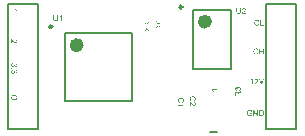
<source format=gbr>
%TF.GenerationSoftware,Altium Limited,Altium Designer,19.1.7 (138)*%
G04 Layer_Color=65535*
%FSLAX26Y26*%
%MOIN*%
%TF.FileFunction,Legend,Top*%
%TF.Part,Single*%
G01*
G75*
%TA.AperFunction,NonConductor*%
%ADD37C,0.009842*%
%ADD38C,0.007874*%
%ADD54C,0.023622*%
G36*
X1526204Y1372754D02*
X1526194Y1372634D01*
Y1372484D01*
X1526184Y1372324D01*
Y1372154D01*
X1526154Y1371784D01*
X1526124Y1371404D01*
X1526104Y1371224D01*
X1526074Y1371044D01*
X1526044Y1370874D01*
X1526014Y1370724D01*
Y1370714D01*
X1526004Y1370674D01*
X1525984Y1370614D01*
X1525964Y1370534D01*
X1525934Y1370444D01*
X1525904Y1370334D01*
X1525854Y1370204D01*
X1525804Y1370074D01*
X1525684Y1369774D01*
X1525524Y1369464D01*
X1525324Y1369144D01*
X1525094Y1368844D01*
X1525084Y1368834D01*
X1525054Y1368794D01*
X1525004Y1368744D01*
X1524944Y1368674D01*
X1524854Y1368594D01*
X1524754Y1368494D01*
X1524634Y1368384D01*
X1524504Y1368274D01*
X1524354Y1368154D01*
X1524184Y1368024D01*
X1524004Y1367894D01*
X1523814Y1367774D01*
X1523604Y1367654D01*
X1523384Y1367534D01*
X1523154Y1367424D01*
X1522904Y1367324D01*
X1522884Y1367314D01*
X1522844Y1367304D01*
X1522774Y1367274D01*
X1522674Y1367244D01*
X1522544Y1367204D01*
X1522394Y1367164D01*
X1522224Y1367114D01*
X1522024Y1367064D01*
X1521814Y1367024D01*
X1521574Y1366974D01*
X1521324Y1366934D01*
X1521064Y1366894D01*
X1520784Y1366864D01*
X1520484Y1366834D01*
X1520184Y1366824D01*
X1519864Y1366814D01*
X1519844D01*
X1519794D01*
X1519724D01*
X1519614Y1366824D01*
X1519484D01*
X1519344Y1366834D01*
X1519174Y1366844D01*
X1518984Y1366854D01*
X1518794Y1366874D01*
X1518584Y1366904D01*
X1518144Y1366964D01*
X1517704Y1367044D01*
X1517264Y1367164D01*
X1517254D01*
X1517214Y1367184D01*
X1517154Y1367194D01*
X1517074Y1367224D01*
X1516984Y1367254D01*
X1516874Y1367304D01*
X1516744Y1367344D01*
X1516614Y1367404D01*
X1516314Y1367524D01*
X1516004Y1367674D01*
X1515694Y1367844D01*
X1515404Y1368034D01*
X1515394Y1368044D01*
X1515374Y1368054D01*
X1515334Y1368084D01*
X1515284Y1368124D01*
X1515224Y1368174D01*
X1515144Y1368234D01*
X1514984Y1368374D01*
X1514794Y1368554D01*
X1514594Y1368754D01*
X1514404Y1368974D01*
X1514234Y1369204D01*
Y1369214D01*
X1514214Y1369234D01*
X1514194Y1369264D01*
X1514164Y1369314D01*
X1514134Y1369374D01*
X1514094Y1369454D01*
X1514044Y1369534D01*
X1513994Y1369634D01*
X1513944Y1369734D01*
X1513894Y1369854D01*
X1513784Y1370114D01*
X1513684Y1370414D01*
X1513594Y1370734D01*
Y1370744D01*
X1513584Y1370774D01*
X1513574Y1370824D01*
X1513564Y1370894D01*
X1513544Y1370974D01*
X1513524Y1371084D01*
X1513504Y1371194D01*
X1513494Y1371324D01*
X1513474Y1371474D01*
X1513454Y1371634D01*
X1513434Y1371804D01*
X1513414Y1371984D01*
X1513394Y1372374D01*
X1513384Y1372794D01*
Y1377414D01*
X1526204D01*
Y1372754D01*
D02*
G37*
G36*
Y1362494D02*
X1513384D01*
Y1364194D01*
X1526204D01*
Y1362494D01*
D02*
G37*
G36*
X1519834Y1360014D02*
X1519924D01*
X1520024Y1360004D01*
X1520144Y1359994D01*
X1520274Y1359984D01*
X1520414Y1359974D01*
X1520564Y1359954D01*
X1520724Y1359934D01*
X1521064Y1359884D01*
X1521444Y1359814D01*
X1521834Y1359724D01*
X1522244Y1359604D01*
X1522654Y1359464D01*
X1523074Y1359304D01*
X1523484Y1359104D01*
X1523884Y1358874D01*
X1524264Y1358614D01*
X1524444Y1358474D01*
X1524614Y1358314D01*
X1524624Y1358304D01*
X1524634Y1358294D01*
X1524694Y1358234D01*
X1524784Y1358134D01*
X1524894Y1358004D01*
X1525034Y1357834D01*
X1525184Y1357634D01*
X1525354Y1357394D01*
X1525524Y1357124D01*
X1525684Y1356814D01*
X1525854Y1356484D01*
X1526004Y1356124D01*
X1526144Y1355724D01*
X1526254Y1355304D01*
X1526344Y1354864D01*
X1526404Y1354394D01*
X1526424Y1354144D01*
Y1353814D01*
X1526414Y1353724D01*
Y1353594D01*
X1526394Y1353444D01*
X1526384Y1353254D01*
X1526354Y1353054D01*
X1526314Y1352834D01*
X1526274Y1352594D01*
X1526214Y1352334D01*
X1526144Y1352074D01*
X1526064Y1351804D01*
X1525964Y1351524D01*
X1525854Y1351244D01*
X1525724Y1350974D01*
X1525574Y1350704D01*
X1525564Y1350684D01*
X1525534Y1350644D01*
X1525484Y1350564D01*
X1525414Y1350464D01*
X1525334Y1350354D01*
X1525224Y1350214D01*
X1525104Y1350064D01*
X1524964Y1349894D01*
X1524804Y1349724D01*
X1524624Y1349544D01*
X1524424Y1349364D01*
X1524214Y1349184D01*
X1523984Y1349004D01*
X1523744Y1348834D01*
X1523484Y1348674D01*
X1523204Y1348524D01*
X1523184Y1348514D01*
X1523134Y1348494D01*
X1523054Y1348454D01*
X1522934Y1348404D01*
X1522794Y1348354D01*
X1522624Y1348284D01*
X1522424Y1348214D01*
X1522204Y1348144D01*
X1521964Y1348074D01*
X1521704Y1348014D01*
X1521414Y1347944D01*
X1521114Y1347894D01*
X1520794Y1347844D01*
X1520464Y1347804D01*
X1520124Y1347784D01*
X1519764Y1347774D01*
X1519754D01*
X1519744D01*
X1519714D01*
X1519674D01*
X1519574D01*
X1519434Y1347784D01*
X1519264Y1347794D01*
X1519064Y1347814D01*
X1518844Y1347844D01*
X1518594Y1347874D01*
X1518334Y1347914D01*
X1518054Y1347964D01*
X1517764Y1348034D01*
X1517474Y1348104D01*
X1517164Y1348194D01*
X1516864Y1348304D01*
X1516564Y1348424D01*
X1516274Y1348564D01*
X1516254Y1348574D01*
X1516204Y1348604D01*
X1516124Y1348644D01*
X1516024Y1348714D01*
X1515894Y1348794D01*
X1515744Y1348894D01*
X1515584Y1349004D01*
X1515414Y1349134D01*
X1515224Y1349284D01*
X1515034Y1349454D01*
X1514844Y1349634D01*
X1514654Y1349834D01*
X1514464Y1350054D01*
X1514284Y1350284D01*
X1514114Y1350534D01*
X1513954Y1350794D01*
X1513944Y1350814D01*
X1513924Y1350854D01*
X1513884Y1350934D01*
X1513834Y1351044D01*
X1513774Y1351174D01*
X1513704Y1351334D01*
X1513634Y1351524D01*
X1513564Y1351724D01*
X1513484Y1351944D01*
X1513414Y1352184D01*
X1513344Y1352444D01*
X1513284Y1352714D01*
X1513234Y1352994D01*
X1513194Y1353294D01*
X1513174Y1353594D01*
X1513164Y1353904D01*
Y1353984D01*
X1513174Y1354084D01*
Y1354204D01*
X1513194Y1354364D01*
X1513214Y1354554D01*
X1513234Y1354764D01*
X1513274Y1354984D01*
X1513324Y1355234D01*
X1513374Y1355494D01*
X1513444Y1355754D01*
X1513534Y1356034D01*
X1513634Y1356314D01*
X1513744Y1356594D01*
X1513884Y1356874D01*
X1514034Y1357144D01*
X1514044Y1357164D01*
X1514074Y1357204D01*
X1514124Y1357284D01*
X1514194Y1357374D01*
X1514284Y1357494D01*
X1514394Y1357634D01*
X1514514Y1357784D01*
X1514654Y1357944D01*
X1514824Y1358114D01*
X1514994Y1358294D01*
X1515194Y1358474D01*
X1515404Y1358654D01*
X1515634Y1358824D01*
X1515874Y1358994D01*
X1516134Y1359154D01*
X1516414Y1359294D01*
X1516434Y1359304D01*
X1516484Y1359324D01*
X1516564Y1359364D01*
X1516674Y1359404D01*
X1516814Y1359464D01*
X1516984Y1359524D01*
X1517174Y1359594D01*
X1517384Y1359654D01*
X1517614Y1359724D01*
X1517864Y1359794D01*
X1518124Y1359854D01*
X1518404Y1359914D01*
X1518694Y1359954D01*
X1518994Y1359994D01*
X1519304Y1360014D01*
X1519614Y1360024D01*
X1519624D01*
X1519654D01*
X1519694D01*
X1519754D01*
X1519834Y1360014D01*
D02*
G37*
G36*
X1480733Y1377404D02*
X1480883D01*
X1481053Y1377394D01*
X1481253Y1377374D01*
X1481483Y1377354D01*
X1481733Y1377314D01*
X1481993Y1377274D01*
X1482273Y1377224D01*
X1482563Y1377164D01*
X1482863Y1377094D01*
X1483153Y1377004D01*
X1483453Y1376904D01*
X1483753Y1376784D01*
X1484033Y1376654D01*
X1484053Y1376644D01*
X1484103Y1376614D01*
X1484173Y1376574D01*
X1484283Y1376514D01*
X1484403Y1376434D01*
X1484553Y1376334D01*
X1484703Y1376224D01*
X1484883Y1376094D01*
X1485063Y1375954D01*
X1485243Y1375794D01*
X1485433Y1375614D01*
X1485623Y1375414D01*
X1485803Y1375204D01*
X1485983Y1374984D01*
X1486153Y1374744D01*
X1486303Y1374484D01*
X1486313Y1374464D01*
X1486333Y1374424D01*
X1486373Y1374344D01*
X1486423Y1374234D01*
X1486483Y1374104D01*
X1486553Y1373944D01*
X1486623Y1373764D01*
X1486693Y1373564D01*
X1486763Y1373344D01*
X1486833Y1373104D01*
X1486903Y1372844D01*
X1486963Y1372574D01*
X1487013Y1372284D01*
X1487053Y1371994D01*
X1487073Y1371684D01*
X1487083Y1371374D01*
Y1371284D01*
X1487073Y1371184D01*
Y1371054D01*
X1487053Y1370884D01*
X1487033Y1370694D01*
X1487003Y1370474D01*
X1486963Y1370244D01*
X1486913Y1369994D01*
X1486843Y1369734D01*
X1486763Y1369464D01*
X1486673Y1369194D01*
X1486553Y1368924D01*
X1486423Y1368654D01*
X1486273Y1368384D01*
X1486103Y1368134D01*
X1486093Y1368114D01*
X1486053Y1368074D01*
X1486003Y1368014D01*
X1485923Y1367924D01*
X1485823Y1367814D01*
X1485703Y1367694D01*
X1485553Y1367554D01*
X1485393Y1367414D01*
X1485203Y1367264D01*
X1485003Y1367114D01*
X1484773Y1366954D01*
X1484523Y1366804D01*
X1484263Y1366664D01*
X1483973Y1366534D01*
X1483663Y1366414D01*
X1483343Y1366304D01*
X1482953Y1367974D01*
X1482973D01*
X1483013Y1367994D01*
X1483083Y1368024D01*
X1483183Y1368054D01*
X1483293Y1368104D01*
X1483433Y1368164D01*
X1483573Y1368224D01*
X1483733Y1368304D01*
X1484063Y1368484D01*
X1484403Y1368714D01*
X1484563Y1368834D01*
X1484723Y1368974D01*
X1484863Y1369124D01*
X1484993Y1369274D01*
X1485003Y1369284D01*
X1485023Y1369314D01*
X1485053Y1369364D01*
X1485093Y1369424D01*
X1485143Y1369514D01*
X1485193Y1369614D01*
X1485253Y1369724D01*
X1485313Y1369854D01*
X1485373Y1370004D01*
X1485433Y1370164D01*
X1485483Y1370344D01*
X1485533Y1370534D01*
X1485573Y1370734D01*
X1485603Y1370944D01*
X1485623Y1371164D01*
X1485633Y1371404D01*
Y1371544D01*
X1485623Y1371654D01*
X1485613Y1371774D01*
X1485593Y1371924D01*
X1485573Y1372084D01*
X1485543Y1372264D01*
X1485503Y1372454D01*
X1485463Y1372654D01*
X1485403Y1372864D01*
X1485333Y1373074D01*
X1485253Y1373274D01*
X1485153Y1373484D01*
X1485053Y1373684D01*
X1484923Y1373874D01*
X1484913Y1373884D01*
X1484893Y1373914D01*
X1484853Y1373964D01*
X1484793Y1374034D01*
X1484723Y1374114D01*
X1484633Y1374204D01*
X1484533Y1374314D01*
X1484423Y1374414D01*
X1484293Y1374534D01*
X1484143Y1374644D01*
X1483993Y1374764D01*
X1483823Y1374874D01*
X1483633Y1374984D01*
X1483443Y1375094D01*
X1483233Y1375184D01*
X1483013Y1375264D01*
X1483003D01*
X1482963Y1375284D01*
X1482893Y1375304D01*
X1482803Y1375324D01*
X1482703Y1375354D01*
X1482573Y1375394D01*
X1482423Y1375424D01*
X1482263Y1375464D01*
X1482083Y1375504D01*
X1481893Y1375534D01*
X1481683Y1375574D01*
X1481473Y1375604D01*
X1481023Y1375644D01*
X1480553Y1375664D01*
X1480533D01*
X1480483D01*
X1480393D01*
X1480283Y1375654D01*
X1480133D01*
X1479973Y1375634D01*
X1479783Y1375624D01*
X1479583Y1375604D01*
X1479363Y1375584D01*
X1479133Y1375544D01*
X1478653Y1375464D01*
X1478163Y1375344D01*
X1477923Y1375274D01*
X1477693Y1375194D01*
X1477683Y1375184D01*
X1477643Y1375174D01*
X1477573Y1375144D01*
X1477493Y1375104D01*
X1477393Y1375054D01*
X1477273Y1374994D01*
X1477143Y1374914D01*
X1477013Y1374824D01*
X1476863Y1374734D01*
X1476713Y1374624D01*
X1476563Y1374504D01*
X1476413Y1374364D01*
X1476263Y1374224D01*
X1476123Y1374064D01*
X1475993Y1373894D01*
X1475873Y1373714D01*
X1475863Y1373704D01*
X1475843Y1373664D01*
X1475813Y1373614D01*
X1475783Y1373534D01*
X1475733Y1373444D01*
X1475683Y1373334D01*
X1475633Y1373204D01*
X1475573Y1373064D01*
X1475513Y1372904D01*
X1475463Y1372734D01*
X1475413Y1372554D01*
X1475363Y1372364D01*
X1475333Y1372174D01*
X1475303Y1371964D01*
X1475283Y1371754D01*
X1475273Y1371534D01*
Y1371474D01*
X1475283Y1371394D01*
Y1371294D01*
X1475303Y1371174D01*
X1475313Y1371034D01*
X1475343Y1370874D01*
X1475373Y1370704D01*
X1475423Y1370514D01*
X1475473Y1370324D01*
X1475543Y1370124D01*
X1475623Y1369914D01*
X1475713Y1369714D01*
X1475823Y1369514D01*
X1475953Y1369314D01*
X1476093Y1369124D01*
X1476103Y1369114D01*
X1476133Y1369084D01*
X1476183Y1369034D01*
X1476243Y1368964D01*
X1476333Y1368884D01*
X1476443Y1368794D01*
X1476563Y1368694D01*
X1476703Y1368584D01*
X1476873Y1368474D01*
X1477053Y1368364D01*
X1477253Y1368254D01*
X1477473Y1368144D01*
X1477703Y1368034D01*
X1477963Y1367944D01*
X1478243Y1367854D01*
X1478533Y1367784D01*
X1478103Y1366084D01*
X1478093D01*
X1478083Y1366094D01*
X1478053D01*
X1478013Y1366114D01*
X1477903Y1366144D01*
X1477763Y1366194D01*
X1477583Y1366254D01*
X1477383Y1366324D01*
X1477163Y1366424D01*
X1476923Y1366524D01*
X1476663Y1366654D01*
X1476403Y1366794D01*
X1476143Y1366954D01*
X1475873Y1367124D01*
X1475613Y1367324D01*
X1475363Y1367534D01*
X1475133Y1367764D01*
X1474913Y1368014D01*
X1474903Y1368034D01*
X1474863Y1368074D01*
X1474813Y1368154D01*
X1474743Y1368264D01*
X1474663Y1368394D01*
X1474573Y1368554D01*
X1474473Y1368744D01*
X1474373Y1368954D01*
X1474263Y1369184D01*
X1474173Y1369444D01*
X1474073Y1369724D01*
X1473993Y1370024D01*
X1473923Y1370344D01*
X1473873Y1370674D01*
X1473833Y1371024D01*
X1473823Y1371394D01*
Y1371534D01*
X1473833Y1371594D01*
Y1371734D01*
X1473853Y1371914D01*
X1473863Y1372114D01*
X1473893Y1372344D01*
X1473933Y1372594D01*
X1473973Y1372854D01*
X1474033Y1373124D01*
X1474093Y1373404D01*
X1474173Y1373684D01*
X1474273Y1373974D01*
X1474383Y1374244D01*
X1474513Y1374514D01*
X1474663Y1374764D01*
X1474673Y1374774D01*
X1474703Y1374824D01*
X1474753Y1374884D01*
X1474823Y1374974D01*
X1474903Y1375084D01*
X1475013Y1375214D01*
X1475143Y1375354D01*
X1475283Y1375494D01*
X1475443Y1375654D01*
X1475633Y1375814D01*
X1475833Y1375984D01*
X1476043Y1376144D01*
X1476283Y1376304D01*
X1476543Y1376464D01*
X1476813Y1376614D01*
X1477103Y1376744D01*
X1477123Y1376754D01*
X1477173Y1376774D01*
X1477263Y1376804D01*
X1477383Y1376844D01*
X1477533Y1376904D01*
X1477703Y1376954D01*
X1477913Y1377014D01*
X1478133Y1377074D01*
X1478383Y1377144D01*
X1478643Y1377204D01*
X1478933Y1377254D01*
X1479233Y1377304D01*
X1479543Y1377354D01*
X1479863Y1377384D01*
X1480203Y1377404D01*
X1480543Y1377414D01*
X1480553D01*
X1480563D01*
X1480593D01*
X1480633D01*
X1480733Y1377404D01*
D02*
G37*
G36*
X1486863Y1362364D02*
X1475553D01*
Y1356054D01*
X1474043D01*
Y1364064D01*
X1486863D01*
Y1362364D01*
D02*
G37*
G36*
Y1352404D02*
X1480503D01*
X1486863Y1346054D01*
Y1343754D01*
X1481663Y1349124D01*
X1474043Y1343514D01*
Y1345754D01*
X1480513Y1350304D01*
X1478483Y1352404D01*
X1474043D01*
Y1354104D01*
X1486863D01*
Y1352404D01*
D02*
G37*
G36*
X1849060Y1379500D02*
X1849268Y1379487D01*
X1849515Y1379474D01*
X1849801Y1379435D01*
X1850126Y1379396D01*
X1850464Y1379331D01*
X1850841Y1379253D01*
X1851231Y1379149D01*
X1851634Y1379032D01*
X1852037Y1378889D01*
X1852453Y1378720D01*
X1852856Y1378525D01*
X1853246Y1378304D01*
X1853623Y1378044D01*
X1853649Y1378031D01*
X1853714Y1377979D01*
X1853805Y1377888D01*
X1853948Y1377771D01*
X1854104Y1377628D01*
X1854286Y1377446D01*
X1854481Y1377225D01*
X1854702Y1376978D01*
X1854923Y1376705D01*
X1855157Y1376393D01*
X1855391Y1376055D01*
X1855612Y1375691D01*
X1855820Y1375288D01*
X1856028Y1374859D01*
X1856210Y1374404D01*
X1856366Y1373923D01*
X1853870Y1373325D01*
X1853857Y1373351D01*
X1853844Y1373416D01*
X1853805Y1373520D01*
X1853740Y1373663D01*
X1853675Y1373845D01*
X1853584Y1374040D01*
X1853493Y1374261D01*
X1853376Y1374495D01*
X1853246Y1374742D01*
X1853103Y1375002D01*
X1852934Y1375249D01*
X1852765Y1375509D01*
X1852570Y1375743D01*
X1852375Y1375977D01*
X1852154Y1376185D01*
X1851920Y1376380D01*
X1851907Y1376393D01*
X1851868Y1376419D01*
X1851790Y1376471D01*
X1851699Y1376536D01*
X1851569Y1376601D01*
X1851426Y1376679D01*
X1851244Y1376770D01*
X1851049Y1376861D01*
X1850828Y1376952D01*
X1850594Y1377043D01*
X1850321Y1377121D01*
X1850048Y1377186D01*
X1849749Y1377251D01*
X1849424Y1377303D01*
X1849086Y1377329D01*
X1848735Y1377342D01*
X1848644D01*
X1848527Y1377329D01*
X1848371D01*
X1848176Y1377316D01*
X1847955Y1377290D01*
X1847708Y1377251D01*
X1847448Y1377212D01*
X1847162Y1377147D01*
X1846863Y1377082D01*
X1846551Y1376991D01*
X1846239Y1376887D01*
X1845927Y1376770D01*
X1845615Y1376627D01*
X1845316Y1376458D01*
X1845030Y1376276D01*
X1845017Y1376263D01*
X1844965Y1376224D01*
X1844887Y1376172D01*
X1844796Y1376081D01*
X1844666Y1375977D01*
X1844536Y1375847D01*
X1844380Y1375691D01*
X1844211Y1375522D01*
X1844042Y1375327D01*
X1843873Y1375119D01*
X1843704Y1374885D01*
X1843522Y1374625D01*
X1843366Y1374352D01*
X1843210Y1374066D01*
X1843067Y1373754D01*
X1842950Y1373429D01*
Y1373403D01*
X1842924Y1373351D01*
X1842898Y1373247D01*
X1842859Y1373117D01*
X1842807Y1372961D01*
X1842755Y1372766D01*
X1842703Y1372545D01*
X1842651Y1372298D01*
X1842599Y1372038D01*
X1842547Y1371752D01*
X1842495Y1371440D01*
X1842443Y1371128D01*
X1842378Y1370452D01*
X1842365Y1370101D01*
X1842352Y1369750D01*
Y1369737D01*
Y1369724D01*
Y1369685D01*
Y1369646D01*
Y1369516D01*
X1842365Y1369334D01*
X1842378Y1369126D01*
X1842391Y1368879D01*
X1842417Y1368593D01*
X1842443Y1368294D01*
X1842482Y1367969D01*
X1842521Y1367618D01*
X1842651Y1366903D01*
X1842729Y1366539D01*
X1842820Y1366175D01*
X1842937Y1365811D01*
X1843054Y1365460D01*
X1843067Y1365434D01*
X1843093Y1365382D01*
X1843132Y1365291D01*
X1843184Y1365161D01*
X1843262Y1365005D01*
X1843366Y1364836D01*
X1843470Y1364641D01*
X1843600Y1364433D01*
X1843743Y1364225D01*
X1843912Y1363991D01*
X1844094Y1363770D01*
X1844289Y1363536D01*
X1844510Y1363315D01*
X1844744Y1363107D01*
X1845004Y1362912D01*
X1845277Y1362730D01*
X1845290Y1362717D01*
X1845342Y1362691D01*
X1845433Y1362652D01*
X1845537Y1362587D01*
X1845680Y1362522D01*
X1845849Y1362444D01*
X1846044Y1362366D01*
X1846252Y1362288D01*
X1846486Y1362197D01*
X1846733Y1362119D01*
X1847006Y1362041D01*
X1847292Y1361976D01*
X1847591Y1361911D01*
X1847890Y1361872D01*
X1848215Y1361846D01*
X1848540Y1361833D01*
X1848631D01*
X1848748Y1361846D01*
X1848891Y1361859D01*
X1849086Y1361872D01*
X1849294Y1361898D01*
X1849528Y1361937D01*
X1849788Y1361989D01*
X1850061Y1362054D01*
X1850360Y1362132D01*
X1850659Y1362236D01*
X1850958Y1362353D01*
X1851270Y1362496D01*
X1851569Y1362665D01*
X1851855Y1362847D01*
X1852141Y1363068D01*
X1852154Y1363081D01*
X1852206Y1363120D01*
X1852284Y1363198D01*
X1852375Y1363302D01*
X1852505Y1363432D01*
X1852635Y1363588D01*
X1852791Y1363770D01*
X1852947Y1363991D01*
X1853116Y1364225D01*
X1853285Y1364498D01*
X1853454Y1364797D01*
X1853623Y1365135D01*
X1853779Y1365486D01*
X1853922Y1365876D01*
X1854052Y1366279D01*
X1854156Y1366721D01*
X1856691Y1366084D01*
Y1366071D01*
X1856678Y1366045D01*
X1856665Y1366006D01*
X1856652Y1365941D01*
X1856626Y1365876D01*
X1856600Y1365785D01*
X1856574Y1365681D01*
X1856535Y1365564D01*
X1856444Y1365304D01*
X1856327Y1365005D01*
X1856197Y1364667D01*
X1856041Y1364316D01*
X1855846Y1363939D01*
X1855638Y1363549D01*
X1855404Y1363146D01*
X1855144Y1362756D01*
X1854858Y1362366D01*
X1854533Y1361989D01*
X1854195Y1361638D01*
X1853818Y1361313D01*
X1853792Y1361300D01*
X1853727Y1361248D01*
X1853610Y1361157D01*
X1853441Y1361053D01*
X1853246Y1360936D01*
X1852999Y1360793D01*
X1852726Y1360650D01*
X1852401Y1360494D01*
X1852050Y1360338D01*
X1851673Y1360195D01*
X1851244Y1360052D01*
X1850802Y1359935D01*
X1850321Y1359831D01*
X1849827Y1359740D01*
X1849294Y1359688D01*
X1848748Y1359675D01*
X1848540D01*
X1848449Y1359688D01*
X1848345D01*
X1848228Y1359701D01*
X1847968Y1359714D01*
X1847669Y1359740D01*
X1847318Y1359779D01*
X1846954Y1359831D01*
X1846564Y1359896D01*
X1846148Y1359987D01*
X1845732Y1360091D01*
X1845303Y1360208D01*
X1844887Y1360351D01*
X1844471Y1360520D01*
X1844068Y1360715D01*
X1843691Y1360936D01*
X1843665Y1360949D01*
X1843600Y1361001D01*
X1843509Y1361066D01*
X1843379Y1361170D01*
X1843210Y1361300D01*
X1843028Y1361456D01*
X1842820Y1361651D01*
X1842599Y1361872D01*
X1842365Y1362106D01*
X1842118Y1362379D01*
X1841871Y1362678D01*
X1841624Y1363016D01*
X1841390Y1363367D01*
X1841156Y1363744D01*
X1840935Y1364160D01*
X1840740Y1364589D01*
Y1364602D01*
X1840727Y1364615D01*
X1840714Y1364654D01*
X1840701Y1364693D01*
X1840649Y1364823D01*
X1840584Y1365005D01*
X1840506Y1365226D01*
X1840415Y1365486D01*
X1840324Y1365798D01*
X1840233Y1366136D01*
X1840142Y1366500D01*
X1840051Y1366903D01*
X1839960Y1367319D01*
X1839882Y1367774D01*
X1839817Y1368242D01*
X1839765Y1368723D01*
X1839739Y1369230D01*
X1839726Y1369737D01*
Y1369750D01*
Y1369776D01*
Y1369815D01*
Y1369867D01*
Y1369945D01*
X1839739Y1370023D01*
Y1370127D01*
Y1370244D01*
X1839765Y1370504D01*
X1839791Y1370803D01*
X1839817Y1371141D01*
X1839869Y1371505D01*
X1839934Y1371908D01*
X1840012Y1372324D01*
X1840103Y1372753D01*
X1840207Y1373195D01*
X1840337Y1373650D01*
X1840493Y1374092D01*
X1840675Y1374521D01*
X1840870Y1374950D01*
Y1374963D01*
X1840883Y1374976D01*
X1840922Y1375054D01*
X1840987Y1375158D01*
X1841078Y1375314D01*
X1841195Y1375509D01*
X1841338Y1375717D01*
X1841507Y1375951D01*
X1841702Y1376211D01*
X1841923Y1376484D01*
X1842170Y1376757D01*
X1842443Y1377043D01*
X1842729Y1377329D01*
X1843041Y1377602D01*
X1843379Y1377862D01*
X1843743Y1378109D01*
X1844133Y1378343D01*
X1844159Y1378356D01*
X1844224Y1378395D01*
X1844341Y1378447D01*
X1844510Y1378525D01*
X1844705Y1378616D01*
X1844939Y1378720D01*
X1845212Y1378824D01*
X1845511Y1378928D01*
X1845836Y1379032D01*
X1846200Y1379149D01*
X1846590Y1379240D01*
X1846993Y1379331D01*
X1847422Y1379409D01*
X1847864Y1379461D01*
X1848319Y1379500D01*
X1848787Y1379513D01*
X1848982D01*
X1849060Y1379500D01*
D02*
G37*
G36*
X1862255Y1362262D02*
X1871706D01*
Y1360000D01*
X1859720D01*
Y1379188D01*
X1862255D01*
Y1362262D01*
D02*
G37*
G36*
X1845823Y1284500D02*
X1846031Y1284487D01*
X1846278Y1284474D01*
X1846564Y1284435D01*
X1846889Y1284396D01*
X1847227Y1284331D01*
X1847604Y1284253D01*
X1847994Y1284149D01*
X1848397Y1284032D01*
X1848800Y1283889D01*
X1849216Y1283720D01*
X1849619Y1283525D01*
X1850009Y1283304D01*
X1850386Y1283044D01*
X1850412Y1283031D01*
X1850477Y1282979D01*
X1850568Y1282888D01*
X1850711Y1282771D01*
X1850867Y1282628D01*
X1851049Y1282446D01*
X1851244Y1282225D01*
X1851465Y1281978D01*
X1851686Y1281705D01*
X1851920Y1281393D01*
X1852154Y1281055D01*
X1852375Y1280691D01*
X1852583Y1280288D01*
X1852791Y1279859D01*
X1852973Y1279404D01*
X1853129Y1278923D01*
X1850633Y1278325D01*
X1850620Y1278351D01*
X1850607Y1278416D01*
X1850568Y1278520D01*
X1850503Y1278663D01*
X1850438Y1278845D01*
X1850347Y1279040D01*
X1850256Y1279261D01*
X1850139Y1279495D01*
X1850009Y1279742D01*
X1849866Y1280002D01*
X1849697Y1280249D01*
X1849528Y1280509D01*
X1849333Y1280743D01*
X1849138Y1280977D01*
X1848917Y1281185D01*
X1848683Y1281380D01*
X1848670Y1281393D01*
X1848631Y1281419D01*
X1848553Y1281471D01*
X1848462Y1281536D01*
X1848332Y1281601D01*
X1848189Y1281679D01*
X1848007Y1281770D01*
X1847812Y1281861D01*
X1847591Y1281952D01*
X1847357Y1282043D01*
X1847084Y1282121D01*
X1846811Y1282186D01*
X1846512Y1282251D01*
X1846187Y1282303D01*
X1845849Y1282329D01*
X1845498Y1282342D01*
X1845407D01*
X1845290Y1282329D01*
X1845134D01*
X1844939Y1282316D01*
X1844718Y1282290D01*
X1844471Y1282251D01*
X1844211Y1282212D01*
X1843925Y1282147D01*
X1843626Y1282082D01*
X1843314Y1281991D01*
X1843002Y1281887D01*
X1842690Y1281770D01*
X1842378Y1281627D01*
X1842079Y1281458D01*
X1841793Y1281276D01*
X1841780Y1281263D01*
X1841728Y1281224D01*
X1841650Y1281172D01*
X1841559Y1281081D01*
X1841429Y1280977D01*
X1841299Y1280847D01*
X1841143Y1280691D01*
X1840974Y1280522D01*
X1840805Y1280327D01*
X1840636Y1280119D01*
X1840467Y1279885D01*
X1840285Y1279625D01*
X1840129Y1279352D01*
X1839973Y1279066D01*
X1839830Y1278754D01*
X1839713Y1278429D01*
Y1278403D01*
X1839687Y1278351D01*
X1839661Y1278247D01*
X1839622Y1278117D01*
X1839570Y1277961D01*
X1839518Y1277766D01*
X1839466Y1277545D01*
X1839414Y1277298D01*
X1839362Y1277038D01*
X1839310Y1276752D01*
X1839258Y1276440D01*
X1839206Y1276128D01*
X1839141Y1275452D01*
X1839128Y1275101D01*
X1839115Y1274750D01*
Y1274737D01*
Y1274724D01*
Y1274685D01*
Y1274646D01*
Y1274516D01*
X1839128Y1274334D01*
X1839141Y1274126D01*
X1839154Y1273879D01*
X1839180Y1273593D01*
X1839206Y1273294D01*
X1839245Y1272969D01*
X1839284Y1272618D01*
X1839414Y1271903D01*
X1839492Y1271539D01*
X1839583Y1271175D01*
X1839700Y1270811D01*
X1839817Y1270460D01*
X1839830Y1270434D01*
X1839856Y1270382D01*
X1839895Y1270291D01*
X1839947Y1270161D01*
X1840025Y1270005D01*
X1840129Y1269836D01*
X1840233Y1269641D01*
X1840363Y1269433D01*
X1840506Y1269225D01*
X1840675Y1268991D01*
X1840857Y1268770D01*
X1841052Y1268536D01*
X1841273Y1268315D01*
X1841507Y1268107D01*
X1841767Y1267912D01*
X1842040Y1267730D01*
X1842053Y1267717D01*
X1842105Y1267691D01*
X1842196Y1267652D01*
X1842300Y1267587D01*
X1842443Y1267522D01*
X1842612Y1267444D01*
X1842807Y1267366D01*
X1843015Y1267288D01*
X1843249Y1267197D01*
X1843496Y1267119D01*
X1843769Y1267041D01*
X1844055Y1266976D01*
X1844354Y1266911D01*
X1844653Y1266872D01*
X1844978Y1266846D01*
X1845303Y1266833D01*
X1845394D01*
X1845511Y1266846D01*
X1845654Y1266859D01*
X1845849Y1266872D01*
X1846057Y1266898D01*
X1846291Y1266937D01*
X1846551Y1266989D01*
X1846824Y1267054D01*
X1847123Y1267132D01*
X1847422Y1267236D01*
X1847721Y1267353D01*
X1848033Y1267496D01*
X1848332Y1267665D01*
X1848618Y1267847D01*
X1848904Y1268068D01*
X1848917Y1268081D01*
X1848969Y1268120D01*
X1849047Y1268198D01*
X1849138Y1268302D01*
X1849268Y1268432D01*
X1849398Y1268588D01*
X1849554Y1268770D01*
X1849710Y1268991D01*
X1849879Y1269225D01*
X1850048Y1269498D01*
X1850217Y1269797D01*
X1850386Y1270135D01*
X1850542Y1270486D01*
X1850685Y1270876D01*
X1850815Y1271279D01*
X1850919Y1271721D01*
X1853454Y1271084D01*
Y1271071D01*
X1853441Y1271045D01*
X1853428Y1271006D01*
X1853415Y1270941D01*
X1853389Y1270876D01*
X1853363Y1270785D01*
X1853337Y1270681D01*
X1853298Y1270564D01*
X1853207Y1270304D01*
X1853090Y1270005D01*
X1852960Y1269667D01*
X1852804Y1269316D01*
X1852609Y1268939D01*
X1852401Y1268549D01*
X1852167Y1268146D01*
X1851907Y1267756D01*
X1851621Y1267366D01*
X1851296Y1266989D01*
X1850958Y1266638D01*
X1850581Y1266313D01*
X1850555Y1266300D01*
X1850490Y1266248D01*
X1850373Y1266157D01*
X1850204Y1266053D01*
X1850009Y1265936D01*
X1849762Y1265793D01*
X1849489Y1265650D01*
X1849164Y1265494D01*
X1848813Y1265338D01*
X1848436Y1265195D01*
X1848007Y1265052D01*
X1847565Y1264935D01*
X1847084Y1264831D01*
X1846590Y1264740D01*
X1846057Y1264688D01*
X1845511Y1264675D01*
X1845303D01*
X1845212Y1264688D01*
X1845108D01*
X1844991Y1264701D01*
X1844731Y1264714D01*
X1844432Y1264740D01*
X1844081Y1264779D01*
X1843717Y1264831D01*
X1843327Y1264896D01*
X1842911Y1264987D01*
X1842495Y1265091D01*
X1842066Y1265208D01*
X1841650Y1265351D01*
X1841234Y1265520D01*
X1840831Y1265715D01*
X1840454Y1265936D01*
X1840428Y1265949D01*
X1840363Y1266001D01*
X1840272Y1266066D01*
X1840142Y1266170D01*
X1839973Y1266300D01*
X1839791Y1266456D01*
X1839583Y1266651D01*
X1839362Y1266872D01*
X1839128Y1267106D01*
X1838881Y1267379D01*
X1838634Y1267678D01*
X1838387Y1268016D01*
X1838153Y1268367D01*
X1837919Y1268744D01*
X1837698Y1269160D01*
X1837503Y1269589D01*
Y1269602D01*
X1837490Y1269615D01*
X1837477Y1269654D01*
X1837464Y1269693D01*
X1837412Y1269823D01*
X1837347Y1270005D01*
X1837269Y1270226D01*
X1837178Y1270486D01*
X1837087Y1270798D01*
X1836996Y1271136D01*
X1836905Y1271500D01*
X1836814Y1271903D01*
X1836723Y1272319D01*
X1836645Y1272774D01*
X1836580Y1273242D01*
X1836528Y1273723D01*
X1836502Y1274230D01*
X1836489Y1274737D01*
Y1274750D01*
Y1274776D01*
Y1274815D01*
Y1274867D01*
Y1274945D01*
X1836502Y1275023D01*
Y1275127D01*
Y1275244D01*
X1836528Y1275504D01*
X1836554Y1275803D01*
X1836580Y1276141D01*
X1836632Y1276505D01*
X1836697Y1276908D01*
X1836775Y1277324D01*
X1836866Y1277753D01*
X1836970Y1278195D01*
X1837100Y1278650D01*
X1837256Y1279092D01*
X1837438Y1279521D01*
X1837633Y1279950D01*
Y1279963D01*
X1837646Y1279976D01*
X1837685Y1280054D01*
X1837750Y1280158D01*
X1837841Y1280314D01*
X1837958Y1280509D01*
X1838101Y1280717D01*
X1838270Y1280951D01*
X1838465Y1281211D01*
X1838686Y1281484D01*
X1838933Y1281757D01*
X1839206Y1282043D01*
X1839492Y1282329D01*
X1839804Y1282602D01*
X1840142Y1282862D01*
X1840506Y1283109D01*
X1840896Y1283343D01*
X1840922Y1283356D01*
X1840987Y1283395D01*
X1841104Y1283447D01*
X1841273Y1283525D01*
X1841468Y1283616D01*
X1841702Y1283720D01*
X1841975Y1283824D01*
X1842274Y1283928D01*
X1842599Y1284032D01*
X1842963Y1284149D01*
X1843353Y1284240D01*
X1843756Y1284331D01*
X1844185Y1284409D01*
X1844627Y1284461D01*
X1845082Y1284500D01*
X1845550Y1284513D01*
X1845745D01*
X1845823Y1284500D01*
D02*
G37*
G36*
X1871706Y1265000D02*
X1869171D01*
Y1274035D01*
X1859200D01*
Y1265000D01*
X1856665D01*
Y1284188D01*
X1859200D01*
Y1276297D01*
X1869171D01*
Y1284188D01*
X1871706D01*
Y1265000D01*
D02*
G37*
G36*
X1864192Y1165000D02*
X1861579D01*
X1854156Y1184188D01*
X1856899D01*
X1861891Y1170239D01*
X1861904Y1170226D01*
X1861917Y1170161D01*
X1861943Y1170070D01*
X1861995Y1169953D01*
X1862047Y1169810D01*
X1862099Y1169628D01*
X1862164Y1169433D01*
X1862242Y1169225D01*
X1862320Y1168991D01*
X1862398Y1168744D01*
X1862567Y1168211D01*
X1862736Y1167665D01*
X1862892Y1167106D01*
Y1167119D01*
X1862918Y1167171D01*
X1862931Y1167262D01*
X1862970Y1167379D01*
X1863009Y1167522D01*
X1863061Y1167678D01*
X1863126Y1167873D01*
X1863191Y1168081D01*
X1863256Y1168315D01*
X1863347Y1168562D01*
X1863425Y1168822D01*
X1863516Y1169082D01*
X1863711Y1169654D01*
X1863932Y1170239D01*
X1869106Y1184188D01*
X1871706D01*
X1864192Y1165000D01*
D02*
G37*
G36*
X1846876Y1184253D02*
X1847058Y1184240D01*
X1847292Y1184214D01*
X1847565Y1184188D01*
X1847864Y1184136D01*
X1848189Y1184071D01*
X1848527Y1183993D01*
X1848891Y1183889D01*
X1849255Y1183772D01*
X1849619Y1183616D01*
X1849983Y1183447D01*
X1850334Y1183239D01*
X1850672Y1183005D01*
X1850984Y1182732D01*
X1850997Y1182719D01*
X1851049Y1182667D01*
X1851127Y1182576D01*
X1851231Y1182459D01*
X1851361Y1182303D01*
X1851491Y1182134D01*
X1851634Y1181913D01*
X1851790Y1181679D01*
X1851946Y1181419D01*
X1852089Y1181133D01*
X1852219Y1180821D01*
X1852349Y1180483D01*
X1852453Y1180132D01*
X1852531Y1179755D01*
X1852583Y1179352D01*
X1852596Y1178936D01*
Y1178923D01*
Y1178884D01*
Y1178819D01*
X1852583Y1178741D01*
Y1178637D01*
X1852570Y1178507D01*
X1852557Y1178377D01*
X1852531Y1178221D01*
X1852505Y1178052D01*
X1852479Y1177870D01*
X1852388Y1177493D01*
X1852271Y1177077D01*
X1852115Y1176661D01*
Y1176648D01*
X1852089Y1176609D01*
X1852063Y1176557D01*
X1852024Y1176466D01*
X1851972Y1176362D01*
X1851907Y1176245D01*
X1851829Y1176115D01*
X1851751Y1175959D01*
X1851647Y1175790D01*
X1851530Y1175608D01*
X1851400Y1175413D01*
X1851257Y1175205D01*
X1851101Y1174997D01*
X1850932Y1174776D01*
X1850750Y1174555D01*
X1850555Y1174321D01*
X1850542Y1174308D01*
X1850503Y1174269D01*
X1850438Y1174191D01*
X1850347Y1174100D01*
X1850230Y1173970D01*
X1850074Y1173827D01*
X1849905Y1173645D01*
X1849697Y1173437D01*
X1849450Y1173216D01*
X1849190Y1172956D01*
X1848891Y1172683D01*
X1848566Y1172384D01*
X1848202Y1172059D01*
X1847812Y1171721D01*
X1847383Y1171344D01*
X1846928Y1170954D01*
X1846902Y1170928D01*
X1846837Y1170876D01*
X1846733Y1170785D01*
X1846590Y1170668D01*
X1846421Y1170525D01*
X1846226Y1170356D01*
X1846005Y1170174D01*
X1845784Y1169979D01*
X1845329Y1169576D01*
X1845095Y1169381D01*
X1844874Y1169186D01*
X1844666Y1168991D01*
X1844484Y1168822D01*
X1844328Y1168666D01*
X1844198Y1168536D01*
Y1168523D01*
X1844172Y1168510D01*
X1844146Y1168471D01*
X1844094Y1168432D01*
X1843990Y1168302D01*
X1843847Y1168133D01*
X1843691Y1167951D01*
X1843535Y1167730D01*
X1843366Y1167496D01*
X1843210Y1167262D01*
X1852622D01*
Y1165000D01*
X1839934D01*
Y1165013D01*
Y1165039D01*
Y1165078D01*
Y1165143D01*
Y1165221D01*
X1839947Y1165312D01*
X1839960Y1165520D01*
X1839986Y1165767D01*
X1840038Y1166040D01*
X1840116Y1166326D01*
X1840207Y1166625D01*
Y1166638D01*
X1840233Y1166690D01*
X1840259Y1166755D01*
X1840298Y1166846D01*
X1840350Y1166963D01*
X1840415Y1167106D01*
X1840493Y1167262D01*
X1840584Y1167431D01*
X1840688Y1167613D01*
X1840792Y1167821D01*
X1840922Y1168029D01*
X1841065Y1168250D01*
X1841221Y1168471D01*
X1841377Y1168705D01*
X1841559Y1168939D01*
X1841754Y1169173D01*
X1841767Y1169186D01*
X1841806Y1169225D01*
X1841871Y1169303D01*
X1841949Y1169394D01*
X1842066Y1169511D01*
X1842196Y1169654D01*
X1842352Y1169823D01*
X1842534Y1170005D01*
X1842742Y1170213D01*
X1842976Y1170434D01*
X1843223Y1170681D01*
X1843509Y1170928D01*
X1843808Y1171201D01*
X1844120Y1171487D01*
X1844471Y1171786D01*
X1844835Y1172085D01*
X1844848Y1172098D01*
X1844874Y1172111D01*
X1844913Y1172150D01*
X1844978Y1172202D01*
X1845043Y1172254D01*
X1845134Y1172332D01*
X1845342Y1172514D01*
X1845589Y1172722D01*
X1845888Y1172982D01*
X1846200Y1173255D01*
X1846538Y1173554D01*
X1846889Y1173879D01*
X1847240Y1174204D01*
X1847591Y1174542D01*
X1847942Y1174893D01*
X1848267Y1175218D01*
X1848566Y1175556D01*
X1848839Y1175868D01*
X1849060Y1176154D01*
X1849073Y1176167D01*
X1849112Y1176219D01*
X1849164Y1176297D01*
X1849229Y1176414D01*
X1849320Y1176544D01*
X1849411Y1176700D01*
X1849515Y1176869D01*
X1849619Y1177064D01*
X1849710Y1177285D01*
X1849814Y1177506D01*
X1849996Y1177987D01*
X1850061Y1178234D01*
X1850113Y1178481D01*
X1850152Y1178741D01*
X1850165Y1178988D01*
Y1179001D01*
Y1179053D01*
Y1179118D01*
X1850152Y1179222D01*
X1850139Y1179339D01*
X1850113Y1179482D01*
X1850087Y1179638D01*
X1850035Y1179807D01*
X1849983Y1179989D01*
X1849918Y1180184D01*
X1849840Y1180379D01*
X1849749Y1180574D01*
X1849632Y1180782D01*
X1849489Y1180977D01*
X1849346Y1181172D01*
X1849164Y1181354D01*
X1849151Y1181367D01*
X1849112Y1181393D01*
X1849060Y1181445D01*
X1848982Y1181510D01*
X1848878Y1181575D01*
X1848761Y1181653D01*
X1848618Y1181744D01*
X1848462Y1181835D01*
X1848280Y1181926D01*
X1848085Y1182017D01*
X1847877Y1182095D01*
X1847643Y1182160D01*
X1847396Y1182225D01*
X1847123Y1182277D01*
X1846850Y1182303D01*
X1846551Y1182316D01*
X1846395D01*
X1846265Y1182303D01*
X1846122Y1182290D01*
X1845966Y1182264D01*
X1845784Y1182225D01*
X1845576Y1182186D01*
X1845368Y1182134D01*
X1845147Y1182069D01*
X1844926Y1181978D01*
X1844692Y1181887D01*
X1844471Y1181770D01*
X1844250Y1181627D01*
X1844029Y1181471D01*
X1843834Y1181289D01*
X1843821Y1181276D01*
X1843795Y1181237D01*
X1843743Y1181185D01*
X1843678Y1181107D01*
X1843600Y1180990D01*
X1843509Y1180873D01*
X1843418Y1180717D01*
X1843314Y1180548D01*
X1843223Y1180366D01*
X1843132Y1180145D01*
X1843041Y1179924D01*
X1842963Y1179664D01*
X1842898Y1179391D01*
X1842846Y1179105D01*
X1842807Y1178793D01*
X1842794Y1178468D01*
X1840376Y1178715D01*
Y1178728D01*
Y1178741D01*
X1840389Y1178780D01*
Y1178832D01*
X1840415Y1178975D01*
X1840441Y1179157D01*
X1840480Y1179391D01*
X1840545Y1179651D01*
X1840610Y1179937D01*
X1840701Y1180249D01*
X1840818Y1180574D01*
X1840948Y1180912D01*
X1841091Y1181250D01*
X1841273Y1181601D01*
X1841468Y1181926D01*
X1841702Y1182251D01*
X1841962Y1182563D01*
X1842248Y1182836D01*
X1842261Y1182849D01*
X1842326Y1182901D01*
X1842417Y1182966D01*
X1842547Y1183057D01*
X1842703Y1183174D01*
X1842911Y1183291D01*
X1843132Y1183421D01*
X1843405Y1183551D01*
X1843704Y1183681D01*
X1844029Y1183811D01*
X1844380Y1183941D01*
X1844770Y1184045D01*
X1845186Y1184136D01*
X1845628Y1184201D01*
X1846109Y1184253D01*
X1846603Y1184266D01*
X1846785D01*
X1846876Y1184253D01*
D02*
G37*
G36*
X1834201Y1165000D02*
X1831835D01*
Y1180002D01*
X1831822Y1179989D01*
X1831796Y1179963D01*
X1831744Y1179924D01*
X1831679Y1179859D01*
X1831601Y1179794D01*
X1831497Y1179703D01*
X1831380Y1179612D01*
X1831237Y1179495D01*
X1831094Y1179378D01*
X1830925Y1179248D01*
X1830743Y1179118D01*
X1830535Y1178975D01*
X1830327Y1178832D01*
X1830106Y1178676D01*
X1829859Y1178533D01*
X1829612Y1178377D01*
X1829599Y1178364D01*
X1829547Y1178338D01*
X1829482Y1178299D01*
X1829378Y1178247D01*
X1829261Y1178182D01*
X1829118Y1178104D01*
X1828962Y1178013D01*
X1828780Y1177922D01*
X1828403Y1177727D01*
X1827987Y1177532D01*
X1827558Y1177337D01*
X1827129Y1177168D01*
Y1179443D01*
X1827155Y1179456D01*
X1827220Y1179482D01*
X1827324Y1179534D01*
X1827467Y1179612D01*
X1827636Y1179703D01*
X1827831Y1179807D01*
X1828052Y1179937D01*
X1828299Y1180080D01*
X1828559Y1180236D01*
X1828845Y1180405D01*
X1829131Y1180587D01*
X1829417Y1180782D01*
X1830015Y1181224D01*
X1830587Y1181692D01*
X1830600Y1181705D01*
X1830652Y1181757D01*
X1830730Y1181822D01*
X1830834Y1181913D01*
X1830951Y1182043D01*
X1831094Y1182173D01*
X1831237Y1182342D01*
X1831406Y1182511D01*
X1831575Y1182706D01*
X1831744Y1182901D01*
X1832095Y1183343D01*
X1832264Y1183564D01*
X1832420Y1183798D01*
X1832550Y1184032D01*
X1832680Y1184266D01*
X1834201D01*
Y1165000D01*
D02*
G37*
G36*
X1824945Y1079500D02*
X1825127Y1079487D01*
X1825335Y1079474D01*
X1825582Y1079461D01*
X1825842Y1079435D01*
X1826128Y1079396D01*
X1826427Y1079344D01*
X1827051Y1079227D01*
X1827376Y1079149D01*
X1827714Y1079058D01*
X1828039Y1078954D01*
X1828351Y1078837D01*
X1828377Y1078824D01*
X1828429Y1078811D01*
X1828520Y1078772D01*
X1828624Y1078707D01*
X1828767Y1078642D01*
X1828936Y1078564D01*
X1829118Y1078460D01*
X1829313Y1078343D01*
X1829521Y1078226D01*
X1829742Y1078083D01*
X1829963Y1077927D01*
X1830184Y1077758D01*
X1830392Y1077576D01*
X1830600Y1077381D01*
X1830808Y1077173D01*
X1830990Y1076952D01*
X1831003Y1076939D01*
X1831029Y1076900D01*
X1831081Y1076835D01*
X1831146Y1076731D01*
X1831224Y1076614D01*
X1831315Y1076471D01*
X1831419Y1076302D01*
X1831536Y1076107D01*
X1831653Y1075899D01*
X1831770Y1075665D01*
X1831887Y1075405D01*
X1832017Y1075132D01*
X1832134Y1074833D01*
X1832238Y1074508D01*
X1832355Y1074170D01*
X1832446Y1073819D01*
X1830158Y1073182D01*
Y1073195D01*
X1830145Y1073247D01*
X1830119Y1073325D01*
X1830080Y1073429D01*
X1830041Y1073546D01*
X1829989Y1073689D01*
X1829924Y1073845D01*
X1829859Y1074027D01*
X1829703Y1074391D01*
X1829521Y1074768D01*
X1829313Y1075145D01*
X1829196Y1075314D01*
X1829079Y1075483D01*
X1829066Y1075496D01*
X1829053Y1075522D01*
X1829014Y1075561D01*
X1828962Y1075626D01*
X1828897Y1075691D01*
X1828819Y1075782D01*
X1828715Y1075873D01*
X1828611Y1075964D01*
X1828494Y1076081D01*
X1828351Y1076185D01*
X1828208Y1076302D01*
X1828039Y1076406D01*
X1827857Y1076523D01*
X1827675Y1076627D01*
X1827467Y1076731D01*
X1827246Y1076835D01*
X1827233D01*
X1827194Y1076861D01*
X1827129Y1076887D01*
X1827038Y1076913D01*
X1826934Y1076952D01*
X1826791Y1076991D01*
X1826648Y1077043D01*
X1826479Y1077095D01*
X1826284Y1077134D01*
X1826076Y1077186D01*
X1825868Y1077225D01*
X1825634Y1077264D01*
X1825140Y1077316D01*
X1824607Y1077342D01*
X1824438D01*
X1824321Y1077329D01*
X1824165D01*
X1823983Y1077316D01*
X1823788Y1077303D01*
X1823580Y1077277D01*
X1823346Y1077251D01*
X1823112Y1077212D01*
X1822605Y1077121D01*
X1822085Y1076991D01*
X1821591Y1076809D01*
X1821578D01*
X1821539Y1076783D01*
X1821474Y1076757D01*
X1821383Y1076718D01*
X1821279Y1076653D01*
X1821149Y1076601D01*
X1821019Y1076523D01*
X1820863Y1076432D01*
X1820538Y1076237D01*
X1820200Y1075990D01*
X1819862Y1075717D01*
X1819550Y1075405D01*
X1819537Y1075392D01*
X1819511Y1075366D01*
X1819472Y1075314D01*
X1819420Y1075249D01*
X1819355Y1075171D01*
X1819277Y1075080D01*
X1819199Y1074976D01*
X1819108Y1074846D01*
X1818913Y1074573D01*
X1818705Y1074248D01*
X1818523Y1073897D01*
X1818341Y1073520D01*
X1818328Y1073494D01*
X1818315Y1073442D01*
X1818276Y1073338D01*
X1818224Y1073208D01*
X1818172Y1073039D01*
X1818107Y1072844D01*
X1818042Y1072623D01*
X1817977Y1072376D01*
X1817912Y1072090D01*
X1817847Y1071791D01*
X1817782Y1071479D01*
X1817730Y1071141D01*
X1817678Y1070790D01*
X1817639Y1070426D01*
X1817626Y1070049D01*
X1817613Y1069659D01*
Y1069646D01*
Y1069633D01*
Y1069594D01*
Y1069542D01*
Y1069412D01*
X1817626Y1069230D01*
X1817639Y1069009D01*
X1817665Y1068749D01*
X1817691Y1068463D01*
X1817730Y1068151D01*
X1817769Y1067826D01*
X1817834Y1067475D01*
X1817899Y1067124D01*
X1817990Y1066760D01*
X1818094Y1066396D01*
X1818211Y1066032D01*
X1818341Y1065694D01*
X1818497Y1065356D01*
X1818510Y1065343D01*
X1818536Y1065278D01*
X1818588Y1065187D01*
X1818666Y1065070D01*
X1818757Y1064927D01*
X1818861Y1064771D01*
X1818991Y1064589D01*
X1819147Y1064394D01*
X1819316Y1064186D01*
X1819511Y1063965D01*
X1819719Y1063757D01*
X1819953Y1063549D01*
X1820200Y1063341D01*
X1820473Y1063146D01*
X1820759Y1062964D01*
X1821058Y1062795D01*
X1821084Y1062782D01*
X1821136Y1062756D01*
X1821227Y1062717D01*
X1821357Y1062665D01*
X1821513Y1062600D01*
X1821695Y1062535D01*
X1821903Y1062457D01*
X1822137Y1062379D01*
X1822397Y1062301D01*
X1822683Y1062223D01*
X1822969Y1062158D01*
X1823281Y1062093D01*
X1823606Y1062041D01*
X1823944Y1062002D01*
X1824295Y1061976D01*
X1824646Y1061963D01*
X1824815D01*
X1824932Y1061976D01*
X1825075D01*
X1825257Y1062002D01*
X1825452Y1062015D01*
X1825673Y1062041D01*
X1825907Y1062080D01*
X1826154Y1062119D01*
X1826427Y1062171D01*
X1826700Y1062223D01*
X1827285Y1062379D01*
X1827571Y1062483D01*
X1827870Y1062587D01*
X1827883Y1062600D01*
X1827935Y1062613D01*
X1828026Y1062652D01*
X1828130Y1062704D01*
X1828260Y1062756D01*
X1828416Y1062821D01*
X1828572Y1062912D01*
X1828754Y1063003D01*
X1829144Y1063198D01*
X1829534Y1063432D01*
X1829911Y1063679D01*
X1830093Y1063822D01*
X1830249Y1063952D01*
Y1067514D01*
X1824607D01*
Y1069776D01*
X1832745Y1069789D01*
Y1062665D01*
X1832719Y1062652D01*
X1832667Y1062600D01*
X1832563Y1062522D01*
X1832420Y1062418D01*
X1832251Y1062301D01*
X1832043Y1062158D01*
X1831822Y1061989D01*
X1831562Y1061820D01*
X1831276Y1061638D01*
X1830977Y1061456D01*
X1830652Y1061274D01*
X1830327Y1061092D01*
X1829976Y1060910D01*
X1829612Y1060728D01*
X1829248Y1060572D01*
X1828871Y1060416D01*
X1828845Y1060403D01*
X1828780Y1060390D01*
X1828676Y1060351D01*
X1828533Y1060299D01*
X1828351Y1060247D01*
X1828130Y1060182D01*
X1827883Y1060117D01*
X1827610Y1060052D01*
X1827324Y1059974D01*
X1826999Y1059909D01*
X1826661Y1059844D01*
X1826310Y1059792D01*
X1825946Y1059740D01*
X1825569Y1059701D01*
X1825179Y1059688D01*
X1824789Y1059675D01*
X1824594D01*
X1824516Y1059688D01*
X1824308D01*
X1824061Y1059714D01*
X1823775Y1059740D01*
X1823450Y1059779D01*
X1823086Y1059831D01*
X1822709Y1059896D01*
X1822293Y1059974D01*
X1821877Y1060065D01*
X1821435Y1060182D01*
X1820993Y1060325D01*
X1820538Y1060481D01*
X1820096Y1060676D01*
X1819654Y1060884D01*
X1819628Y1060897D01*
X1819550Y1060936D01*
X1819433Y1061014D01*
X1819277Y1061105D01*
X1819082Y1061235D01*
X1818861Y1061391D01*
X1818614Y1061573D01*
X1818354Y1061781D01*
X1818068Y1062015D01*
X1817782Y1062275D01*
X1817496Y1062561D01*
X1817197Y1062873D01*
X1816924Y1063211D01*
X1816651Y1063575D01*
X1816391Y1063965D01*
X1816157Y1064381D01*
Y1064394D01*
X1816144Y1064407D01*
X1816105Y1064485D01*
X1816053Y1064615D01*
X1815975Y1064784D01*
X1815884Y1064992D01*
X1815793Y1065252D01*
X1815676Y1065551D01*
X1815572Y1065876D01*
X1815468Y1066240D01*
X1815364Y1066630D01*
X1815260Y1067059D01*
X1815169Y1067501D01*
X1815091Y1067969D01*
X1815039Y1068463D01*
X1815000Y1068970D01*
X1814987Y1069490D01*
Y1069503D01*
Y1069529D01*
Y1069568D01*
Y1069620D01*
Y1069685D01*
X1815000Y1069763D01*
Y1069971D01*
X1815026Y1070218D01*
X1815052Y1070504D01*
X1815091Y1070829D01*
X1815130Y1071193D01*
X1815195Y1071583D01*
X1815273Y1071999D01*
X1815364Y1072428D01*
X1815481Y1072883D01*
X1815611Y1073338D01*
X1815767Y1073793D01*
X1815949Y1074261D01*
X1816157Y1074716D01*
Y1074729D01*
X1816170Y1074742D01*
X1816209Y1074820D01*
X1816274Y1074950D01*
X1816378Y1075119D01*
X1816495Y1075314D01*
X1816638Y1075548D01*
X1816820Y1075808D01*
X1817015Y1076081D01*
X1817249Y1076367D01*
X1817496Y1076666D01*
X1817769Y1076965D01*
X1818068Y1077264D01*
X1818393Y1077563D01*
X1818744Y1077836D01*
X1819121Y1078096D01*
X1819524Y1078330D01*
X1819550Y1078343D01*
X1819628Y1078382D01*
X1819745Y1078434D01*
X1819914Y1078512D01*
X1820122Y1078603D01*
X1820369Y1078707D01*
X1820668Y1078811D01*
X1820993Y1078928D01*
X1821344Y1079032D01*
X1821734Y1079136D01*
X1822150Y1079240D01*
X1822592Y1079331D01*
X1823060Y1079409D01*
X1823554Y1079461D01*
X1824061Y1079500D01*
X1824594Y1079513D01*
X1824802D01*
X1824945Y1079500D01*
D02*
G37*
G36*
X1851569Y1060000D02*
X1848969D01*
X1838894Y1075067D01*
Y1060000D01*
X1836463D01*
Y1079188D01*
X1839063D01*
X1849138Y1064121D01*
Y1079188D01*
X1851569D01*
Y1060000D01*
D02*
G37*
G36*
X1863009Y1079175D02*
X1863217D01*
X1863464Y1079162D01*
X1863711Y1079149D01*
X1863984Y1079136D01*
X1864270Y1079123D01*
X1864842Y1079071D01*
X1865115Y1079032D01*
X1865388Y1078993D01*
X1865635Y1078954D01*
X1865869Y1078902D01*
X1865882D01*
X1865947Y1078889D01*
X1866025Y1078863D01*
X1866142Y1078824D01*
X1866285Y1078785D01*
X1866454Y1078733D01*
X1866636Y1078668D01*
X1866844Y1078590D01*
X1867052Y1078499D01*
X1867286Y1078408D01*
X1867754Y1078174D01*
X1867988Y1078031D01*
X1868222Y1077875D01*
X1868456Y1077719D01*
X1868677Y1077537D01*
X1868690Y1077524D01*
X1868742Y1077472D01*
X1868820Y1077407D01*
X1868924Y1077303D01*
X1869054Y1077173D01*
X1869197Y1077030D01*
X1869353Y1076848D01*
X1869535Y1076640D01*
X1869717Y1076419D01*
X1869899Y1076172D01*
X1870094Y1075899D01*
X1870276Y1075613D01*
X1870458Y1075301D01*
X1870640Y1074963D01*
X1870809Y1074612D01*
X1870952Y1074248D01*
X1870965Y1074222D01*
X1870991Y1074157D01*
X1871017Y1074053D01*
X1871069Y1073897D01*
X1871121Y1073715D01*
X1871186Y1073481D01*
X1871264Y1073221D01*
X1871329Y1072935D01*
X1871394Y1072610D01*
X1871472Y1072259D01*
X1871537Y1071895D01*
X1871589Y1071492D01*
X1871641Y1071063D01*
X1871680Y1070634D01*
X1871693Y1070166D01*
X1871706Y1069698D01*
Y1069672D01*
Y1069607D01*
Y1069490D01*
X1871693Y1069334D01*
Y1069139D01*
X1871680Y1068918D01*
X1871667Y1068658D01*
X1871641Y1068385D01*
X1871615Y1068099D01*
X1871576Y1067787D01*
X1871485Y1067137D01*
X1871355Y1066461D01*
X1871186Y1065811D01*
Y1065798D01*
X1871160Y1065733D01*
X1871134Y1065655D01*
X1871095Y1065538D01*
X1871043Y1065395D01*
X1870978Y1065226D01*
X1870913Y1065031D01*
X1870835Y1064836D01*
X1870640Y1064394D01*
X1870419Y1063926D01*
X1870172Y1063471D01*
X1870029Y1063237D01*
X1869886Y1063029D01*
X1869873Y1063016D01*
X1869847Y1062977D01*
X1869808Y1062925D01*
X1869743Y1062847D01*
X1869678Y1062756D01*
X1869587Y1062652D01*
X1869366Y1062392D01*
X1869119Y1062119D01*
X1868820Y1061833D01*
X1868495Y1061547D01*
X1868144Y1061287D01*
X1868131Y1061274D01*
X1868105Y1061261D01*
X1868053Y1061222D01*
X1867975Y1061183D01*
X1867884Y1061131D01*
X1867767Y1061066D01*
X1867650Y1061001D01*
X1867507Y1060923D01*
X1867338Y1060858D01*
X1867169Y1060767D01*
X1866974Y1060689D01*
X1866779Y1060611D01*
X1866324Y1060455D01*
X1865843Y1060325D01*
X1865830D01*
X1865778Y1060312D01*
X1865713Y1060299D01*
X1865609Y1060273D01*
X1865479Y1060247D01*
X1865323Y1060221D01*
X1865154Y1060195D01*
X1864959Y1060169D01*
X1864738Y1060130D01*
X1864504Y1060104D01*
X1864244Y1060078D01*
X1863984Y1060052D01*
X1863698Y1060026D01*
X1863399Y1060013D01*
X1862762Y1060000D01*
X1855846D01*
Y1079188D01*
X1862814D01*
X1863009Y1079175D01*
D02*
G37*
G36*
X1039763Y1130000D02*
X1039971D01*
X1040218Y1129974D01*
X1040504Y1129948D01*
X1040829Y1129909D01*
X1041193Y1129870D01*
X1041583Y1129805D01*
X1041999Y1129727D01*
X1042428Y1129636D01*
X1042883Y1129519D01*
X1043338Y1129389D01*
X1043793Y1129233D01*
X1044261Y1129051D01*
X1044716Y1128843D01*
X1044729D01*
X1044742Y1128830D01*
X1044820Y1128791D01*
X1044950Y1128726D01*
X1045119Y1128622D01*
X1045314Y1128505D01*
X1045548Y1128362D01*
X1045808Y1128180D01*
X1046081Y1127985D01*
X1046367Y1127751D01*
X1046666Y1127504D01*
X1046965Y1127231D01*
X1047264Y1126932D01*
X1047563Y1126607D01*
X1047836Y1126256D01*
X1048096Y1125879D01*
X1048330Y1125476D01*
X1048343Y1125450D01*
X1048382Y1125372D01*
X1048434Y1125255D01*
X1048512Y1125086D01*
X1048603Y1124878D01*
X1048707Y1124631D01*
X1048811Y1124332D01*
X1048928Y1124007D01*
X1049032Y1123656D01*
X1049136Y1123266D01*
X1049240Y1122850D01*
X1049331Y1122408D01*
X1049409Y1121940D01*
X1049461Y1121446D01*
X1049500Y1120939D01*
X1049513Y1120406D01*
Y1120198D01*
X1049500Y1120055D01*
X1049487Y1119873D01*
X1049474Y1119665D01*
X1049461Y1119418D01*
X1049435Y1119158D01*
X1049396Y1118872D01*
X1049344Y1118573D01*
X1049227Y1117949D01*
X1049149Y1117624D01*
X1049058Y1117286D01*
X1048954Y1116961D01*
X1048837Y1116649D01*
X1048824Y1116623D01*
X1048811Y1116571D01*
X1048772Y1116480D01*
X1048707Y1116376D01*
X1048642Y1116233D01*
X1048564Y1116064D01*
X1048460Y1115882D01*
X1048343Y1115687D01*
X1048226Y1115479D01*
X1048083Y1115258D01*
X1047927Y1115037D01*
X1047758Y1114816D01*
X1047576Y1114608D01*
X1047381Y1114400D01*
X1047173Y1114192D01*
X1046952Y1114010D01*
X1046939Y1113997D01*
X1046900Y1113971D01*
X1046835Y1113919D01*
X1046731Y1113854D01*
X1046614Y1113776D01*
X1046471Y1113685D01*
X1046302Y1113581D01*
X1046107Y1113464D01*
X1045899Y1113347D01*
X1045665Y1113230D01*
X1045405Y1113113D01*
X1045132Y1112983D01*
X1044833Y1112866D01*
X1044508Y1112762D01*
X1044170Y1112645D01*
X1043819Y1112554D01*
X1043182Y1114842D01*
X1043195D01*
X1043247Y1114855D01*
X1043325Y1114881D01*
X1043429Y1114920D01*
X1043546Y1114959D01*
X1043689Y1115011D01*
X1043845Y1115076D01*
X1044027Y1115141D01*
X1044391Y1115297D01*
X1044768Y1115479D01*
X1045145Y1115687D01*
X1045314Y1115804D01*
X1045483Y1115921D01*
X1045496Y1115934D01*
X1045522Y1115947D01*
X1045561Y1115986D01*
X1045626Y1116038D01*
X1045691Y1116103D01*
X1045782Y1116181D01*
X1045873Y1116285D01*
X1045964Y1116389D01*
X1046081Y1116506D01*
X1046185Y1116649D01*
X1046302Y1116792D01*
X1046406Y1116961D01*
X1046523Y1117143D01*
X1046627Y1117325D01*
X1046731Y1117533D01*
X1046835Y1117754D01*
Y1117767D01*
X1046861Y1117806D01*
X1046887Y1117871D01*
X1046913Y1117962D01*
X1046952Y1118066D01*
X1046991Y1118209D01*
X1047043Y1118352D01*
X1047095Y1118521D01*
X1047134Y1118716D01*
X1047186Y1118924D01*
X1047225Y1119132D01*
X1047264Y1119366D01*
X1047316Y1119860D01*
X1047342Y1120393D01*
Y1120562D01*
X1047329Y1120679D01*
Y1120835D01*
X1047316Y1121017D01*
X1047303Y1121212D01*
X1047277Y1121420D01*
X1047251Y1121654D01*
X1047212Y1121888D01*
X1047121Y1122395D01*
X1046991Y1122915D01*
X1046809Y1123409D01*
Y1123422D01*
X1046783Y1123461D01*
X1046757Y1123526D01*
X1046718Y1123617D01*
X1046653Y1123721D01*
X1046601Y1123851D01*
X1046523Y1123981D01*
X1046432Y1124137D01*
X1046237Y1124462D01*
X1045990Y1124800D01*
X1045717Y1125138D01*
X1045405Y1125450D01*
X1045392Y1125463D01*
X1045366Y1125489D01*
X1045314Y1125528D01*
X1045249Y1125580D01*
X1045171Y1125645D01*
X1045080Y1125723D01*
X1044976Y1125801D01*
X1044846Y1125892D01*
X1044573Y1126087D01*
X1044248Y1126295D01*
X1043897Y1126477D01*
X1043520Y1126659D01*
X1043494Y1126672D01*
X1043442Y1126685D01*
X1043338Y1126724D01*
X1043208Y1126776D01*
X1043039Y1126828D01*
X1042844Y1126893D01*
X1042623Y1126958D01*
X1042376Y1127023D01*
X1042090Y1127088D01*
X1041791Y1127153D01*
X1041479Y1127218D01*
X1041141Y1127270D01*
X1040790Y1127322D01*
X1040426Y1127361D01*
X1040049Y1127374D01*
X1039659Y1127387D01*
X1039646D01*
X1039633D01*
X1039594D01*
X1039542D01*
X1039412D01*
X1039230Y1127374D01*
X1039009Y1127361D01*
X1038749Y1127335D01*
X1038463Y1127309D01*
X1038151Y1127270D01*
X1037826Y1127231D01*
X1037475Y1127166D01*
X1037124Y1127101D01*
X1036760Y1127010D01*
X1036396Y1126906D01*
X1036032Y1126789D01*
X1035694Y1126659D01*
X1035356Y1126503D01*
X1035343Y1126490D01*
X1035278Y1126464D01*
X1035187Y1126412D01*
X1035070Y1126334D01*
X1034927Y1126243D01*
X1034771Y1126139D01*
X1034589Y1126009D01*
X1034394Y1125853D01*
X1034186Y1125684D01*
X1033965Y1125489D01*
X1033757Y1125281D01*
X1033549Y1125047D01*
X1033341Y1124800D01*
X1033146Y1124527D01*
X1032964Y1124241D01*
X1032795Y1123942D01*
X1032782Y1123916D01*
X1032756Y1123864D01*
X1032717Y1123773D01*
X1032665Y1123643D01*
X1032600Y1123487D01*
X1032535Y1123305D01*
X1032457Y1123097D01*
X1032379Y1122863D01*
X1032301Y1122603D01*
X1032223Y1122317D01*
X1032158Y1122031D01*
X1032093Y1121719D01*
X1032041Y1121394D01*
X1032002Y1121056D01*
X1031976Y1120705D01*
X1031963Y1120354D01*
Y1120185D01*
X1031976Y1120068D01*
Y1119925D01*
X1032002Y1119743D01*
X1032015Y1119548D01*
X1032041Y1119327D01*
X1032080Y1119093D01*
X1032119Y1118846D01*
X1032171Y1118573D01*
X1032223Y1118300D01*
X1032379Y1117715D01*
X1032483Y1117429D01*
X1032587Y1117130D01*
X1032600Y1117117D01*
X1032613Y1117065D01*
X1032652Y1116974D01*
X1032704Y1116870D01*
X1032756Y1116740D01*
X1032821Y1116584D01*
X1032912Y1116428D01*
X1033003Y1116246D01*
X1033198Y1115856D01*
X1033432Y1115466D01*
X1033679Y1115089D01*
X1033822Y1114907D01*
X1033952Y1114751D01*
X1037514D01*
Y1120393D01*
X1039776D01*
X1039789Y1112255D01*
X1032665D01*
X1032652Y1112281D01*
X1032600Y1112333D01*
X1032522Y1112437D01*
X1032418Y1112580D01*
X1032301Y1112749D01*
X1032158Y1112957D01*
X1031989Y1113178D01*
X1031820Y1113438D01*
X1031638Y1113724D01*
X1031456Y1114023D01*
X1031274Y1114348D01*
X1031092Y1114673D01*
X1030910Y1115024D01*
X1030728Y1115388D01*
X1030572Y1115752D01*
X1030416Y1116129D01*
X1030403Y1116155D01*
X1030390Y1116220D01*
X1030351Y1116324D01*
X1030299Y1116467D01*
X1030247Y1116649D01*
X1030182Y1116870D01*
X1030117Y1117117D01*
X1030052Y1117390D01*
X1029974Y1117676D01*
X1029909Y1118001D01*
X1029844Y1118339D01*
X1029792Y1118690D01*
X1029740Y1119054D01*
X1029701Y1119431D01*
X1029688Y1119821D01*
X1029675Y1120211D01*
Y1120406D01*
X1029688Y1120484D01*
Y1120692D01*
X1029714Y1120939D01*
X1029740Y1121225D01*
X1029779Y1121550D01*
X1029831Y1121914D01*
X1029896Y1122291D01*
X1029974Y1122707D01*
X1030065Y1123123D01*
X1030182Y1123565D01*
X1030325Y1124007D01*
X1030481Y1124462D01*
X1030676Y1124904D01*
X1030884Y1125346D01*
X1030897Y1125372D01*
X1030936Y1125450D01*
X1031014Y1125567D01*
X1031105Y1125723D01*
X1031235Y1125918D01*
X1031391Y1126139D01*
X1031573Y1126386D01*
X1031781Y1126646D01*
X1032015Y1126932D01*
X1032275Y1127218D01*
X1032561Y1127504D01*
X1032873Y1127803D01*
X1033211Y1128076D01*
X1033575Y1128349D01*
X1033965Y1128609D01*
X1034381Y1128843D01*
X1034394D01*
X1034407Y1128856D01*
X1034485Y1128895D01*
X1034615Y1128947D01*
X1034784Y1129025D01*
X1034992Y1129116D01*
X1035252Y1129207D01*
X1035551Y1129324D01*
X1035876Y1129428D01*
X1036240Y1129532D01*
X1036630Y1129636D01*
X1037059Y1129740D01*
X1037501Y1129831D01*
X1037969Y1129909D01*
X1038463Y1129961D01*
X1038970Y1130000D01*
X1039490Y1130013D01*
X1039503D01*
X1039529D01*
X1039568D01*
X1039620D01*
X1039685D01*
X1039763Y1130000D01*
D02*
G37*
G36*
X1035369Y1232660D02*
X1035343D01*
X1035278Y1232634D01*
X1035174Y1232621D01*
X1035044Y1232582D01*
X1034875Y1232530D01*
X1034693Y1232478D01*
X1034485Y1232413D01*
X1034264Y1232335D01*
X1033783Y1232140D01*
X1033302Y1231893D01*
X1033081Y1231763D01*
X1032860Y1231607D01*
X1032665Y1231451D01*
X1032483Y1231269D01*
X1032470Y1231256D01*
X1032444Y1231230D01*
X1032405Y1231165D01*
X1032340Y1231100D01*
X1032275Y1230996D01*
X1032210Y1230892D01*
X1032119Y1230762D01*
X1032041Y1230606D01*
X1031963Y1230437D01*
X1031885Y1230268D01*
X1031807Y1230073D01*
X1031742Y1229865D01*
X1031677Y1229631D01*
X1031638Y1229410D01*
X1031612Y1229163D01*
X1031599Y1228903D01*
Y1228825D01*
X1031612Y1228747D01*
Y1228630D01*
X1031638Y1228487D01*
X1031664Y1228318D01*
X1031690Y1228136D01*
X1031742Y1227928D01*
X1031807Y1227707D01*
X1031885Y1227486D01*
X1031976Y1227252D01*
X1032093Y1227018D01*
X1032223Y1226784D01*
X1032379Y1226550D01*
X1032548Y1226316D01*
X1032756Y1226095D01*
X1032769Y1226082D01*
X1032808Y1226043D01*
X1032873Y1225991D01*
X1032964Y1225913D01*
X1033081Y1225835D01*
X1033211Y1225731D01*
X1033367Y1225627D01*
X1033549Y1225523D01*
X1033744Y1225419D01*
X1033965Y1225315D01*
X1034199Y1225211D01*
X1034446Y1225133D01*
X1034719Y1225055D01*
X1034992Y1225003D01*
X1035291Y1224964D01*
X1035603Y1224951D01*
X1035616D01*
X1035681D01*
X1035759Y1224964D01*
X1035876D01*
X1036006Y1224977D01*
X1036175Y1225003D01*
X1036357Y1225042D01*
X1036552Y1225081D01*
X1036760Y1225146D01*
X1036968Y1225211D01*
X1037189Y1225302D01*
X1037423Y1225406D01*
X1037644Y1225523D01*
X1037865Y1225666D01*
X1038073Y1225835D01*
X1038281Y1226017D01*
X1038294Y1226030D01*
X1038333Y1226069D01*
X1038385Y1226121D01*
X1038450Y1226212D01*
X1038528Y1226316D01*
X1038619Y1226433D01*
X1038710Y1226576D01*
X1038814Y1226745D01*
X1038905Y1226927D01*
X1038996Y1227135D01*
X1039087Y1227356D01*
X1039165Y1227590D01*
X1039243Y1227850D01*
X1039295Y1228123D01*
X1039321Y1228409D01*
X1039334Y1228708D01*
Y1228825D01*
X1039321Y1228890D01*
Y1228968D01*
X1039308Y1229163D01*
X1039269Y1229397D01*
X1039230Y1229683D01*
X1039165Y1230008D01*
X1039074Y1230359D01*
X1041141Y1230099D01*
Y1230060D01*
X1041128Y1230021D01*
Y1229969D01*
X1041115Y1229839D01*
Y1229579D01*
X1041128Y1229462D01*
X1041141Y1229332D01*
X1041154Y1229176D01*
X1041180Y1229007D01*
X1041219Y1228812D01*
X1041258Y1228617D01*
X1041310Y1228396D01*
X1041375Y1228175D01*
X1041440Y1227941D01*
X1041531Y1227707D01*
X1041635Y1227473D01*
X1041752Y1227239D01*
X1041895Y1227018D01*
X1041908Y1227005D01*
X1041934Y1226966D01*
X1041973Y1226901D01*
X1042051Y1226823D01*
X1042129Y1226732D01*
X1042233Y1226641D01*
X1042350Y1226524D01*
X1042493Y1226407D01*
X1042662Y1226303D01*
X1042831Y1226186D01*
X1043039Y1226095D01*
X1043260Y1225991D01*
X1043494Y1225926D01*
X1043754Y1225861D01*
X1044027Y1225822D01*
X1044326Y1225809D01*
X1044339D01*
X1044378D01*
X1044456D01*
X1044547Y1225822D01*
X1044651Y1225835D01*
X1044781Y1225861D01*
X1044924Y1225887D01*
X1045080Y1225913D01*
X1045418Y1226030D01*
X1045600Y1226095D01*
X1045782Y1226186D01*
X1045964Y1226277D01*
X1046133Y1226407D01*
X1046302Y1226537D01*
X1046471Y1226693D01*
X1046484Y1226706D01*
X1046510Y1226732D01*
X1046549Y1226784D01*
X1046601Y1226849D01*
X1046666Y1226940D01*
X1046744Y1227044D01*
X1046822Y1227161D01*
X1046900Y1227304D01*
X1046978Y1227460D01*
X1047056Y1227629D01*
X1047134Y1227811D01*
X1047199Y1228019D01*
X1047251Y1228227D01*
X1047290Y1228461D01*
X1047316Y1228695D01*
X1047329Y1228955D01*
Y1229085D01*
X1047316Y1229176D01*
X1047303Y1229293D01*
X1047277Y1229436D01*
X1047251Y1229592D01*
X1047225Y1229748D01*
X1047121Y1230112D01*
X1047043Y1230307D01*
X1046965Y1230502D01*
X1046861Y1230684D01*
X1046744Y1230879D01*
X1046614Y1231061D01*
X1046458Y1231243D01*
X1046445Y1231256D01*
X1046419Y1231282D01*
X1046367Y1231334D01*
X1046302Y1231386D01*
X1046211Y1231464D01*
X1046094Y1231542D01*
X1045964Y1231633D01*
X1045808Y1231737D01*
X1045639Y1231828D01*
X1045444Y1231932D01*
X1045236Y1232036D01*
X1045002Y1232127D01*
X1044755Y1232218D01*
X1044482Y1232296D01*
X1044183Y1232361D01*
X1043871Y1232426D01*
X1044287Y1234779D01*
X1044300D01*
X1044313D01*
X1044391Y1234753D01*
X1044508Y1234727D01*
X1044677Y1234688D01*
X1044872Y1234636D01*
X1045106Y1234558D01*
X1045353Y1234480D01*
X1045639Y1234376D01*
X1045925Y1234246D01*
X1046224Y1234116D01*
X1046523Y1233947D01*
X1046835Y1233765D01*
X1047134Y1233570D01*
X1047420Y1233336D01*
X1047693Y1233089D01*
X1047953Y1232816D01*
X1047966Y1232803D01*
X1048005Y1232751D01*
X1048070Y1232660D01*
X1048161Y1232543D01*
X1048252Y1232387D01*
X1048369Y1232205D01*
X1048486Y1231997D01*
X1048616Y1231763D01*
X1048733Y1231503D01*
X1048850Y1231217D01*
X1048967Y1230892D01*
X1049058Y1230567D01*
X1049149Y1230203D01*
X1049214Y1229826D01*
X1049253Y1229423D01*
X1049266Y1229007D01*
Y1228851D01*
X1049253Y1228734D01*
X1049240Y1228604D01*
X1049227Y1228435D01*
X1049214Y1228253D01*
X1049188Y1228058D01*
X1049149Y1227837D01*
X1049097Y1227616D01*
X1048980Y1227122D01*
X1048902Y1226875D01*
X1048811Y1226628D01*
X1048707Y1226368D01*
X1048590Y1226121D01*
X1048577Y1226108D01*
X1048564Y1226056D01*
X1048525Y1225991D01*
X1048473Y1225900D01*
X1048395Y1225796D01*
X1048317Y1225666D01*
X1048213Y1225523D01*
X1048109Y1225367D01*
X1047979Y1225211D01*
X1047849Y1225042D01*
X1047693Y1224873D01*
X1047524Y1224704D01*
X1047160Y1224379D01*
X1046952Y1224236D01*
X1046744Y1224093D01*
X1046731Y1224080D01*
X1046692Y1224067D01*
X1046627Y1224028D01*
X1046549Y1223989D01*
X1046432Y1223924D01*
X1046315Y1223872D01*
X1046159Y1223807D01*
X1046003Y1223742D01*
X1045821Y1223677D01*
X1045639Y1223612D01*
X1045210Y1223495D01*
X1044755Y1223417D01*
X1044521Y1223404D01*
X1044274Y1223391D01*
X1044261D01*
X1044222D01*
X1044157D01*
X1044066Y1223404D01*
X1043949Y1223417D01*
X1043819Y1223430D01*
X1043676Y1223443D01*
X1043520Y1223469D01*
X1043169Y1223560D01*
X1042792Y1223677D01*
X1042597Y1223755D01*
X1042389Y1223846D01*
X1042194Y1223950D01*
X1041999Y1224067D01*
X1041986Y1224080D01*
X1041960Y1224093D01*
X1041908Y1224132D01*
X1041830Y1224184D01*
X1041752Y1224262D01*
X1041648Y1224340D01*
X1041531Y1224444D01*
X1041414Y1224561D01*
X1041297Y1224691D01*
X1041154Y1224834D01*
X1041024Y1225003D01*
X1040894Y1225172D01*
X1040764Y1225367D01*
X1040634Y1225575D01*
X1040504Y1225796D01*
X1040387Y1226030D01*
Y1226004D01*
X1040374Y1225952D01*
X1040348Y1225861D01*
X1040309Y1225744D01*
X1040257Y1225601D01*
X1040192Y1225445D01*
X1040127Y1225263D01*
X1040036Y1225055D01*
X1039932Y1224847D01*
X1039815Y1224639D01*
X1039685Y1224418D01*
X1039529Y1224197D01*
X1039360Y1223976D01*
X1039178Y1223768D01*
X1038970Y1223573D01*
X1038749Y1223391D01*
X1038736Y1223378D01*
X1038697Y1223352D01*
X1038619Y1223300D01*
X1038528Y1223248D01*
X1038411Y1223170D01*
X1038255Y1223092D01*
X1038086Y1223001D01*
X1037904Y1222910D01*
X1037683Y1222832D01*
X1037449Y1222741D01*
X1037202Y1222663D01*
X1036929Y1222585D01*
X1036630Y1222533D01*
X1036318Y1222481D01*
X1035993Y1222455D01*
X1035655Y1222442D01*
X1035642D01*
X1035629D01*
X1035590D01*
X1035538D01*
X1035408Y1222455D01*
X1035239Y1222468D01*
X1035018Y1222494D01*
X1034771Y1222533D01*
X1034485Y1222598D01*
X1034186Y1222676D01*
X1033861Y1222767D01*
X1033510Y1222884D01*
X1033159Y1223040D01*
X1032808Y1223209D01*
X1032444Y1223430D01*
X1032093Y1223664D01*
X1031742Y1223950D01*
X1031404Y1224275D01*
X1031391Y1224301D01*
X1031326Y1224353D01*
X1031248Y1224457D01*
X1031131Y1224600D01*
X1031001Y1224782D01*
X1030858Y1225003D01*
X1030702Y1225250D01*
X1030533Y1225536D01*
X1030377Y1225861D01*
X1030208Y1226212D01*
X1030065Y1226589D01*
X1029935Y1227005D01*
X1029818Y1227447D01*
X1029740Y1227915D01*
X1029688Y1228396D01*
X1029662Y1228916D01*
Y1229033D01*
X1029675Y1229163D01*
X1029688Y1229332D01*
X1029714Y1229553D01*
X1029740Y1229800D01*
X1029792Y1230086D01*
X1029844Y1230385D01*
X1029922Y1230710D01*
X1030026Y1231048D01*
X1030143Y1231399D01*
X1030299Y1231750D01*
X1030468Y1232101D01*
X1030663Y1232452D01*
X1030897Y1232790D01*
X1031157Y1233115D01*
X1031170Y1233128D01*
X1031222Y1233193D01*
X1031313Y1233271D01*
X1031430Y1233375D01*
X1031586Y1233505D01*
X1031755Y1233648D01*
X1031976Y1233817D01*
X1032210Y1233973D01*
X1032483Y1234142D01*
X1032769Y1234311D01*
X1033094Y1234467D01*
X1033445Y1234623D01*
X1033809Y1234753D01*
X1034199Y1234870D01*
X1034615Y1234948D01*
X1035057Y1235013D01*
X1035369Y1232660D01*
D02*
G37*
G36*
X1032678Y1216111D02*
X1030000D01*
Y1218789D01*
X1032678D01*
Y1216111D01*
D02*
G37*
G36*
X1035369Y1210300D02*
X1035343D01*
X1035278Y1210274D01*
X1035174Y1210261D01*
X1035044Y1210222D01*
X1034875Y1210170D01*
X1034693Y1210118D01*
X1034485Y1210053D01*
X1034264Y1209975D01*
X1033783Y1209780D01*
X1033302Y1209533D01*
X1033081Y1209403D01*
X1032860Y1209247D01*
X1032665Y1209091D01*
X1032483Y1208909D01*
X1032470Y1208896D01*
X1032444Y1208870D01*
X1032405Y1208805D01*
X1032340Y1208740D01*
X1032275Y1208636D01*
X1032210Y1208532D01*
X1032119Y1208402D01*
X1032041Y1208246D01*
X1031963Y1208077D01*
X1031885Y1207908D01*
X1031807Y1207713D01*
X1031742Y1207505D01*
X1031677Y1207271D01*
X1031638Y1207050D01*
X1031612Y1206803D01*
X1031599Y1206543D01*
Y1206465D01*
X1031612Y1206387D01*
Y1206270D01*
X1031638Y1206127D01*
X1031664Y1205958D01*
X1031690Y1205776D01*
X1031742Y1205568D01*
X1031807Y1205347D01*
X1031885Y1205126D01*
X1031976Y1204892D01*
X1032093Y1204658D01*
X1032223Y1204424D01*
X1032379Y1204190D01*
X1032548Y1203956D01*
X1032756Y1203735D01*
X1032769Y1203722D01*
X1032808Y1203683D01*
X1032873Y1203631D01*
X1032964Y1203553D01*
X1033081Y1203475D01*
X1033211Y1203371D01*
X1033367Y1203267D01*
X1033549Y1203163D01*
X1033744Y1203059D01*
X1033965Y1202955D01*
X1034199Y1202851D01*
X1034446Y1202773D01*
X1034719Y1202695D01*
X1034992Y1202643D01*
X1035291Y1202604D01*
X1035603Y1202591D01*
X1035616D01*
X1035681D01*
X1035759Y1202604D01*
X1035876D01*
X1036006Y1202617D01*
X1036175Y1202643D01*
X1036357Y1202682D01*
X1036552Y1202721D01*
X1036760Y1202786D01*
X1036968Y1202851D01*
X1037189Y1202942D01*
X1037423Y1203046D01*
X1037644Y1203163D01*
X1037865Y1203306D01*
X1038073Y1203475D01*
X1038281Y1203657D01*
X1038294Y1203670D01*
X1038333Y1203709D01*
X1038385Y1203761D01*
X1038450Y1203852D01*
X1038528Y1203956D01*
X1038619Y1204073D01*
X1038710Y1204216D01*
X1038814Y1204385D01*
X1038905Y1204567D01*
X1038996Y1204775D01*
X1039087Y1204996D01*
X1039165Y1205230D01*
X1039243Y1205490D01*
X1039295Y1205763D01*
X1039321Y1206049D01*
X1039334Y1206348D01*
Y1206465D01*
X1039321Y1206530D01*
Y1206608D01*
X1039308Y1206803D01*
X1039269Y1207037D01*
X1039230Y1207323D01*
X1039165Y1207648D01*
X1039074Y1207999D01*
X1041141Y1207739D01*
Y1207700D01*
X1041128Y1207661D01*
Y1207609D01*
X1041115Y1207479D01*
Y1207219D01*
X1041128Y1207102D01*
X1041141Y1206972D01*
X1041154Y1206816D01*
X1041180Y1206647D01*
X1041219Y1206452D01*
X1041258Y1206257D01*
X1041310Y1206036D01*
X1041375Y1205815D01*
X1041440Y1205581D01*
X1041531Y1205347D01*
X1041635Y1205113D01*
X1041752Y1204879D01*
X1041895Y1204658D01*
X1041908Y1204645D01*
X1041934Y1204606D01*
X1041973Y1204541D01*
X1042051Y1204463D01*
X1042129Y1204372D01*
X1042233Y1204281D01*
X1042350Y1204164D01*
X1042493Y1204047D01*
X1042662Y1203943D01*
X1042831Y1203826D01*
X1043039Y1203735D01*
X1043260Y1203631D01*
X1043494Y1203566D01*
X1043754Y1203501D01*
X1044027Y1203462D01*
X1044326Y1203449D01*
X1044339D01*
X1044378D01*
X1044456D01*
X1044547Y1203462D01*
X1044651Y1203475D01*
X1044781Y1203501D01*
X1044924Y1203527D01*
X1045080Y1203553D01*
X1045418Y1203670D01*
X1045600Y1203735D01*
X1045782Y1203826D01*
X1045964Y1203917D01*
X1046133Y1204047D01*
X1046302Y1204177D01*
X1046471Y1204333D01*
X1046484Y1204346D01*
X1046510Y1204372D01*
X1046549Y1204424D01*
X1046601Y1204489D01*
X1046666Y1204580D01*
X1046744Y1204684D01*
X1046822Y1204801D01*
X1046900Y1204944D01*
X1046978Y1205100D01*
X1047056Y1205269D01*
X1047134Y1205451D01*
X1047199Y1205659D01*
X1047251Y1205867D01*
X1047290Y1206101D01*
X1047316Y1206335D01*
X1047329Y1206595D01*
Y1206725D01*
X1047316Y1206816D01*
X1047303Y1206933D01*
X1047277Y1207076D01*
X1047251Y1207232D01*
X1047225Y1207388D01*
X1047121Y1207752D01*
X1047043Y1207947D01*
X1046965Y1208142D01*
X1046861Y1208324D01*
X1046744Y1208519D01*
X1046614Y1208701D01*
X1046458Y1208883D01*
X1046445Y1208896D01*
X1046419Y1208922D01*
X1046367Y1208974D01*
X1046302Y1209026D01*
X1046211Y1209104D01*
X1046094Y1209182D01*
X1045964Y1209273D01*
X1045808Y1209377D01*
X1045639Y1209468D01*
X1045444Y1209572D01*
X1045236Y1209676D01*
X1045002Y1209767D01*
X1044755Y1209858D01*
X1044482Y1209936D01*
X1044183Y1210001D01*
X1043871Y1210066D01*
X1044287Y1212419D01*
X1044300D01*
X1044313D01*
X1044391Y1212393D01*
X1044508Y1212367D01*
X1044677Y1212328D01*
X1044872Y1212276D01*
X1045106Y1212198D01*
X1045353Y1212120D01*
X1045639Y1212016D01*
X1045925Y1211886D01*
X1046224Y1211756D01*
X1046523Y1211587D01*
X1046835Y1211405D01*
X1047134Y1211210D01*
X1047420Y1210976D01*
X1047693Y1210729D01*
X1047953Y1210456D01*
X1047966Y1210443D01*
X1048005Y1210391D01*
X1048070Y1210300D01*
X1048161Y1210183D01*
X1048252Y1210027D01*
X1048369Y1209845D01*
X1048486Y1209637D01*
X1048616Y1209403D01*
X1048733Y1209143D01*
X1048850Y1208857D01*
X1048967Y1208532D01*
X1049058Y1208207D01*
X1049149Y1207843D01*
X1049214Y1207466D01*
X1049253Y1207063D01*
X1049266Y1206647D01*
Y1206491D01*
X1049253Y1206374D01*
X1049240Y1206244D01*
X1049227Y1206075D01*
X1049214Y1205893D01*
X1049188Y1205698D01*
X1049149Y1205477D01*
X1049097Y1205256D01*
X1048980Y1204762D01*
X1048902Y1204515D01*
X1048811Y1204268D01*
X1048707Y1204008D01*
X1048590Y1203761D01*
X1048577Y1203748D01*
X1048564Y1203696D01*
X1048525Y1203631D01*
X1048473Y1203540D01*
X1048395Y1203436D01*
X1048317Y1203306D01*
X1048213Y1203163D01*
X1048109Y1203007D01*
X1047979Y1202851D01*
X1047849Y1202682D01*
X1047693Y1202513D01*
X1047524Y1202344D01*
X1047160Y1202019D01*
X1046952Y1201876D01*
X1046744Y1201733D01*
X1046731Y1201720D01*
X1046692Y1201707D01*
X1046627Y1201668D01*
X1046549Y1201629D01*
X1046432Y1201564D01*
X1046315Y1201512D01*
X1046159Y1201447D01*
X1046003Y1201382D01*
X1045821Y1201317D01*
X1045639Y1201252D01*
X1045210Y1201135D01*
X1044755Y1201057D01*
X1044521Y1201044D01*
X1044274Y1201031D01*
X1044261D01*
X1044222D01*
X1044157D01*
X1044066Y1201044D01*
X1043949Y1201057D01*
X1043819Y1201070D01*
X1043676Y1201083D01*
X1043520Y1201109D01*
X1043169Y1201200D01*
X1042792Y1201317D01*
X1042597Y1201395D01*
X1042389Y1201486D01*
X1042194Y1201590D01*
X1041999Y1201707D01*
X1041986Y1201720D01*
X1041960Y1201733D01*
X1041908Y1201772D01*
X1041830Y1201824D01*
X1041752Y1201902D01*
X1041648Y1201980D01*
X1041531Y1202084D01*
X1041414Y1202201D01*
X1041297Y1202331D01*
X1041154Y1202474D01*
X1041024Y1202643D01*
X1040894Y1202812D01*
X1040764Y1203007D01*
X1040634Y1203215D01*
X1040504Y1203436D01*
X1040387Y1203670D01*
Y1203644D01*
X1040374Y1203592D01*
X1040348Y1203501D01*
X1040309Y1203384D01*
X1040257Y1203241D01*
X1040192Y1203085D01*
X1040127Y1202903D01*
X1040036Y1202695D01*
X1039932Y1202487D01*
X1039815Y1202279D01*
X1039685Y1202058D01*
X1039529Y1201837D01*
X1039360Y1201616D01*
X1039178Y1201408D01*
X1038970Y1201213D01*
X1038749Y1201031D01*
X1038736Y1201018D01*
X1038697Y1200992D01*
X1038619Y1200940D01*
X1038528Y1200888D01*
X1038411Y1200810D01*
X1038255Y1200732D01*
X1038086Y1200641D01*
X1037904Y1200550D01*
X1037683Y1200472D01*
X1037449Y1200381D01*
X1037202Y1200303D01*
X1036929Y1200225D01*
X1036630Y1200173D01*
X1036318Y1200121D01*
X1035993Y1200095D01*
X1035655Y1200082D01*
X1035642D01*
X1035629D01*
X1035590D01*
X1035538D01*
X1035408Y1200095D01*
X1035239Y1200108D01*
X1035018Y1200134D01*
X1034771Y1200173D01*
X1034485Y1200238D01*
X1034186Y1200316D01*
X1033861Y1200407D01*
X1033510Y1200524D01*
X1033159Y1200680D01*
X1032808Y1200849D01*
X1032444Y1201070D01*
X1032093Y1201304D01*
X1031742Y1201590D01*
X1031404Y1201915D01*
X1031391Y1201941D01*
X1031326Y1201993D01*
X1031248Y1202097D01*
X1031131Y1202240D01*
X1031001Y1202422D01*
X1030858Y1202643D01*
X1030702Y1202890D01*
X1030533Y1203176D01*
X1030377Y1203501D01*
X1030208Y1203852D01*
X1030065Y1204229D01*
X1029935Y1204645D01*
X1029818Y1205087D01*
X1029740Y1205555D01*
X1029688Y1206036D01*
X1029662Y1206556D01*
Y1206673D01*
X1029675Y1206803D01*
X1029688Y1206972D01*
X1029714Y1207193D01*
X1029740Y1207440D01*
X1029792Y1207726D01*
X1029844Y1208025D01*
X1029922Y1208350D01*
X1030026Y1208688D01*
X1030143Y1209039D01*
X1030299Y1209390D01*
X1030468Y1209741D01*
X1030663Y1210092D01*
X1030897Y1210430D01*
X1031157Y1210755D01*
X1031170Y1210768D01*
X1031222Y1210833D01*
X1031313Y1210911D01*
X1031430Y1211015D01*
X1031586Y1211145D01*
X1031755Y1211288D01*
X1031976Y1211457D01*
X1032210Y1211613D01*
X1032483Y1211782D01*
X1032769Y1211951D01*
X1033094Y1212107D01*
X1033445Y1212263D01*
X1033809Y1212393D01*
X1034199Y1212510D01*
X1034615Y1212588D01*
X1035057Y1212653D01*
X1035369Y1210300D01*
D02*
G37*
G36*
X1044456Y1414987D02*
X1044482Y1414922D01*
X1044534Y1414818D01*
X1044612Y1414675D01*
X1044703Y1414506D01*
X1044807Y1414311D01*
X1044937Y1414090D01*
X1045080Y1413843D01*
X1045236Y1413583D01*
X1045405Y1413297D01*
X1045587Y1413011D01*
X1045782Y1412725D01*
X1046224Y1412127D01*
X1046692Y1411555D01*
X1046705Y1411542D01*
X1046757Y1411490D01*
X1046822Y1411412D01*
X1046913Y1411308D01*
X1047043Y1411191D01*
X1047173Y1411048D01*
X1047342Y1410905D01*
X1047511Y1410736D01*
X1047706Y1410567D01*
X1047901Y1410398D01*
X1048343Y1410047D01*
X1048564Y1409878D01*
X1048798Y1409722D01*
X1049032Y1409592D01*
X1049266Y1409462D01*
Y1407941D01*
X1030000D01*
Y1410307D01*
X1045002D01*
X1044989Y1410320D01*
X1044963Y1410346D01*
X1044924Y1410398D01*
X1044859Y1410463D01*
X1044794Y1410541D01*
X1044703Y1410645D01*
X1044612Y1410762D01*
X1044495Y1410905D01*
X1044378Y1411048D01*
X1044248Y1411217D01*
X1044118Y1411399D01*
X1043975Y1411607D01*
X1043832Y1411815D01*
X1043676Y1412036D01*
X1043533Y1412283D01*
X1043377Y1412530D01*
X1043364Y1412543D01*
X1043338Y1412595D01*
X1043299Y1412660D01*
X1043247Y1412764D01*
X1043182Y1412881D01*
X1043104Y1413024D01*
X1043013Y1413180D01*
X1042922Y1413362D01*
X1042727Y1413739D01*
X1042532Y1414155D01*
X1042337Y1414584D01*
X1042168Y1415013D01*
X1044443D01*
X1044456Y1414987D01*
D02*
G37*
G36*
X1030312Y1314961D02*
X1030520Y1314948D01*
X1030767Y1314922D01*
X1031040Y1314870D01*
X1031326Y1314792D01*
X1031625Y1314701D01*
X1031638D01*
X1031690Y1314675D01*
X1031755Y1314649D01*
X1031846Y1314610D01*
X1031963Y1314558D01*
X1032106Y1314493D01*
X1032262Y1314415D01*
X1032431Y1314324D01*
X1032613Y1314220D01*
X1032821Y1314116D01*
X1033029Y1313986D01*
X1033250Y1313843D01*
X1033471Y1313687D01*
X1033705Y1313531D01*
X1033939Y1313349D01*
X1034173Y1313154D01*
X1034186Y1313141D01*
X1034225Y1313102D01*
X1034303Y1313037D01*
X1034394Y1312959D01*
X1034511Y1312842D01*
X1034654Y1312712D01*
X1034823Y1312556D01*
X1035005Y1312374D01*
X1035213Y1312166D01*
X1035434Y1311932D01*
X1035681Y1311685D01*
X1035928Y1311399D01*
X1036201Y1311100D01*
X1036487Y1310788D01*
X1036786Y1310437D01*
X1037085Y1310073D01*
X1037098Y1310060D01*
X1037111Y1310034D01*
X1037150Y1309995D01*
X1037202Y1309930D01*
X1037254Y1309865D01*
X1037332Y1309774D01*
X1037514Y1309566D01*
X1037722Y1309319D01*
X1037982Y1309020D01*
X1038255Y1308708D01*
X1038554Y1308370D01*
X1038879Y1308019D01*
X1039204Y1307668D01*
X1039542Y1307317D01*
X1039893Y1306966D01*
X1040218Y1306641D01*
X1040556Y1306342D01*
X1040868Y1306069D01*
X1041154Y1305848D01*
X1041167Y1305835D01*
X1041219Y1305796D01*
X1041297Y1305744D01*
X1041414Y1305679D01*
X1041544Y1305588D01*
X1041700Y1305497D01*
X1041869Y1305393D01*
X1042064Y1305289D01*
X1042285Y1305198D01*
X1042506Y1305094D01*
X1042987Y1304912D01*
X1043234Y1304847D01*
X1043481Y1304795D01*
X1043741Y1304756D01*
X1043988Y1304743D01*
X1044001D01*
X1044053D01*
X1044118D01*
X1044222Y1304756D01*
X1044339Y1304769D01*
X1044482Y1304795D01*
X1044638Y1304821D01*
X1044807Y1304873D01*
X1044989Y1304925D01*
X1045184Y1304990D01*
X1045379Y1305068D01*
X1045574Y1305159D01*
X1045782Y1305276D01*
X1045977Y1305419D01*
X1046172Y1305562D01*
X1046354Y1305744D01*
X1046367Y1305757D01*
X1046393Y1305796D01*
X1046445Y1305848D01*
X1046510Y1305926D01*
X1046575Y1306030D01*
X1046653Y1306147D01*
X1046744Y1306290D01*
X1046835Y1306446D01*
X1046926Y1306628D01*
X1047017Y1306823D01*
X1047095Y1307031D01*
X1047160Y1307265D01*
X1047225Y1307512D01*
X1047277Y1307785D01*
X1047303Y1308058D01*
X1047316Y1308357D01*
Y1308513D01*
X1047303Y1308643D01*
X1047290Y1308786D01*
X1047264Y1308942D01*
X1047225Y1309124D01*
X1047186Y1309332D01*
X1047134Y1309540D01*
X1047069Y1309761D01*
X1046978Y1309982D01*
X1046887Y1310216D01*
X1046770Y1310437D01*
X1046627Y1310658D01*
X1046471Y1310879D01*
X1046289Y1311074D01*
X1046276Y1311087D01*
X1046237Y1311113D01*
X1046185Y1311165D01*
X1046107Y1311230D01*
X1045990Y1311308D01*
X1045873Y1311399D01*
X1045717Y1311490D01*
X1045548Y1311594D01*
X1045366Y1311685D01*
X1045145Y1311776D01*
X1044924Y1311867D01*
X1044664Y1311945D01*
X1044391Y1312010D01*
X1044105Y1312062D01*
X1043793Y1312101D01*
X1043468Y1312114D01*
X1043715Y1314532D01*
X1043728D01*
X1043741D01*
X1043780Y1314519D01*
X1043832D01*
X1043975Y1314493D01*
X1044157Y1314467D01*
X1044391Y1314428D01*
X1044651Y1314363D01*
X1044937Y1314298D01*
X1045249Y1314207D01*
X1045574Y1314090D01*
X1045912Y1313960D01*
X1046250Y1313817D01*
X1046601Y1313635D01*
X1046926Y1313440D01*
X1047251Y1313206D01*
X1047563Y1312946D01*
X1047836Y1312660D01*
X1047849Y1312647D01*
X1047901Y1312582D01*
X1047966Y1312491D01*
X1048057Y1312361D01*
X1048174Y1312205D01*
X1048291Y1311997D01*
X1048421Y1311776D01*
X1048551Y1311503D01*
X1048681Y1311204D01*
X1048811Y1310879D01*
X1048941Y1310528D01*
X1049045Y1310138D01*
X1049136Y1309722D01*
X1049201Y1309280D01*
X1049253Y1308799D01*
X1049266Y1308305D01*
Y1308123D01*
X1049253Y1308032D01*
X1049240Y1307850D01*
X1049214Y1307616D01*
X1049188Y1307343D01*
X1049136Y1307044D01*
X1049071Y1306719D01*
X1048993Y1306381D01*
X1048889Y1306017D01*
X1048772Y1305653D01*
X1048616Y1305289D01*
X1048447Y1304925D01*
X1048239Y1304574D01*
X1048005Y1304236D01*
X1047732Y1303924D01*
X1047719Y1303911D01*
X1047667Y1303859D01*
X1047576Y1303781D01*
X1047459Y1303677D01*
X1047303Y1303547D01*
X1047134Y1303417D01*
X1046913Y1303274D01*
X1046679Y1303118D01*
X1046419Y1302962D01*
X1046133Y1302819D01*
X1045821Y1302689D01*
X1045483Y1302559D01*
X1045132Y1302455D01*
X1044755Y1302377D01*
X1044352Y1302325D01*
X1043936Y1302312D01*
X1043923D01*
X1043884D01*
X1043819D01*
X1043741Y1302325D01*
X1043637D01*
X1043507Y1302338D01*
X1043377Y1302351D01*
X1043221Y1302377D01*
X1043052Y1302403D01*
X1042870Y1302429D01*
X1042493Y1302520D01*
X1042077Y1302637D01*
X1041661Y1302793D01*
X1041648D01*
X1041609Y1302819D01*
X1041557Y1302845D01*
X1041466Y1302884D01*
X1041362Y1302936D01*
X1041245Y1303001D01*
X1041115Y1303079D01*
X1040959Y1303157D01*
X1040790Y1303261D01*
X1040608Y1303378D01*
X1040413Y1303508D01*
X1040205Y1303651D01*
X1039997Y1303807D01*
X1039776Y1303976D01*
X1039555Y1304158D01*
X1039321Y1304353D01*
X1039308Y1304366D01*
X1039269Y1304405D01*
X1039191Y1304470D01*
X1039100Y1304561D01*
X1038970Y1304678D01*
X1038827Y1304834D01*
X1038645Y1305003D01*
X1038437Y1305211D01*
X1038216Y1305458D01*
X1037956Y1305718D01*
X1037683Y1306017D01*
X1037384Y1306342D01*
X1037059Y1306706D01*
X1036721Y1307096D01*
X1036344Y1307525D01*
X1035954Y1307980D01*
X1035928Y1308006D01*
X1035876Y1308071D01*
X1035785Y1308175D01*
X1035668Y1308318D01*
X1035525Y1308487D01*
X1035356Y1308682D01*
X1035174Y1308903D01*
X1034979Y1309124D01*
X1034576Y1309579D01*
X1034381Y1309813D01*
X1034186Y1310034D01*
X1033991Y1310242D01*
X1033822Y1310424D01*
X1033666Y1310580D01*
X1033536Y1310710D01*
X1033523D01*
X1033510Y1310736D01*
X1033471Y1310762D01*
X1033432Y1310814D01*
X1033302Y1310918D01*
X1033133Y1311061D01*
X1032951Y1311217D01*
X1032730Y1311373D01*
X1032496Y1311542D01*
X1032262Y1311698D01*
Y1302286D01*
X1030000D01*
Y1314974D01*
X1030013D01*
X1030039D01*
X1030078D01*
X1030143D01*
X1030221D01*
X1030312Y1314961D01*
D02*
G37*
G36*
X1789592Y1155927D02*
X1789761Y1155914D01*
X1789982Y1155888D01*
X1790229Y1155849D01*
X1790515Y1155784D01*
X1790814Y1155706D01*
X1791139Y1155615D01*
X1791490Y1155498D01*
X1791841Y1155342D01*
X1792192Y1155173D01*
X1792556Y1154952D01*
X1792907Y1154718D01*
X1793258Y1154432D01*
X1793596Y1154107D01*
X1793609Y1154081D01*
X1793674Y1154029D01*
X1793752Y1153925D01*
X1793869Y1153782D01*
X1793999Y1153600D01*
X1794142Y1153379D01*
X1794298Y1153132D01*
X1794467Y1152846D01*
X1794623Y1152521D01*
X1794792Y1152170D01*
X1794935Y1151793D01*
X1795065Y1151377D01*
X1795182Y1150935D01*
X1795260Y1150467D01*
X1795312Y1149986D01*
X1795338Y1149466D01*
Y1149349D01*
X1795325Y1149219D01*
X1795312Y1149050D01*
X1795286Y1148829D01*
X1795260Y1148582D01*
X1795208Y1148296D01*
X1795156Y1147997D01*
X1795078Y1147672D01*
X1794974Y1147334D01*
X1794857Y1146983D01*
X1794701Y1146632D01*
X1794532Y1146281D01*
X1794337Y1145930D01*
X1794103Y1145592D01*
X1793843Y1145267D01*
X1793830Y1145254D01*
X1793778Y1145189D01*
X1793687Y1145111D01*
X1793570Y1145007D01*
X1793414Y1144877D01*
X1793245Y1144734D01*
X1793024Y1144565D01*
X1792790Y1144409D01*
X1792517Y1144240D01*
X1792231Y1144071D01*
X1791906Y1143915D01*
X1791555Y1143759D01*
X1791191Y1143629D01*
X1790801Y1143512D01*
X1790385Y1143434D01*
X1789943Y1143369D01*
X1789631Y1145722D01*
X1789657D01*
X1789722Y1145748D01*
X1789826Y1145761D01*
X1789956Y1145800D01*
X1790125Y1145852D01*
X1790307Y1145904D01*
X1790515Y1145969D01*
X1790736Y1146047D01*
X1791217Y1146242D01*
X1791698Y1146489D01*
X1791919Y1146619D01*
X1792140Y1146775D01*
X1792335Y1146931D01*
X1792517Y1147113D01*
X1792530Y1147126D01*
X1792556Y1147152D01*
X1792595Y1147217D01*
X1792660Y1147282D01*
X1792725Y1147386D01*
X1792790Y1147490D01*
X1792881Y1147620D01*
X1792959Y1147776D01*
X1793037Y1147945D01*
X1793115Y1148114D01*
X1793193Y1148309D01*
X1793258Y1148517D01*
X1793323Y1148751D01*
X1793362Y1148972D01*
X1793388Y1149219D01*
X1793401Y1149479D01*
Y1149557D01*
X1793388Y1149635D01*
Y1149752D01*
X1793362Y1149895D01*
X1793336Y1150064D01*
X1793310Y1150246D01*
X1793258Y1150454D01*
X1793193Y1150675D01*
X1793115Y1150896D01*
X1793024Y1151130D01*
X1792907Y1151364D01*
X1792777Y1151598D01*
X1792621Y1151832D01*
X1792452Y1152066D01*
X1792244Y1152287D01*
X1792231Y1152300D01*
X1792192Y1152339D01*
X1792127Y1152391D01*
X1792036Y1152469D01*
X1791919Y1152547D01*
X1791789Y1152651D01*
X1791633Y1152755D01*
X1791451Y1152859D01*
X1791256Y1152963D01*
X1791035Y1153067D01*
X1790801Y1153171D01*
X1790554Y1153249D01*
X1790281Y1153327D01*
X1790008Y1153379D01*
X1789709Y1153418D01*
X1789397Y1153431D01*
X1789384D01*
X1789319D01*
X1789241Y1153418D01*
X1789124D01*
X1788994Y1153405D01*
X1788825Y1153379D01*
X1788643Y1153340D01*
X1788448Y1153301D01*
X1788240Y1153236D01*
X1788032Y1153171D01*
X1787811Y1153080D01*
X1787577Y1152976D01*
X1787356Y1152859D01*
X1787135Y1152716D01*
X1786927Y1152547D01*
X1786719Y1152365D01*
X1786706Y1152352D01*
X1786667Y1152313D01*
X1786615Y1152261D01*
X1786550Y1152170D01*
X1786472Y1152066D01*
X1786381Y1151949D01*
X1786290Y1151806D01*
X1786186Y1151637D01*
X1786095Y1151455D01*
X1786004Y1151247D01*
X1785913Y1151026D01*
X1785835Y1150792D01*
X1785757Y1150532D01*
X1785705Y1150259D01*
X1785679Y1149973D01*
X1785666Y1149674D01*
Y1149557D01*
X1785679Y1149492D01*
Y1149414D01*
X1785692Y1149219D01*
X1785731Y1148985D01*
X1785770Y1148699D01*
X1785835Y1148374D01*
X1785926Y1148023D01*
X1783859Y1148283D01*
Y1148322D01*
X1783872Y1148361D01*
Y1148413D01*
X1783885Y1148543D01*
Y1148803D01*
X1783872Y1148920D01*
X1783859Y1149050D01*
X1783846Y1149206D01*
X1783820Y1149375D01*
X1783781Y1149570D01*
X1783742Y1149765D01*
X1783690Y1149986D01*
X1783625Y1150207D01*
X1783560Y1150441D01*
X1783469Y1150675D01*
X1783365Y1150909D01*
X1783248Y1151143D01*
X1783105Y1151364D01*
X1783092Y1151377D01*
X1783066Y1151416D01*
X1783027Y1151481D01*
X1782949Y1151559D01*
X1782871Y1151650D01*
X1782767Y1151741D01*
X1782650Y1151858D01*
X1782507Y1151975D01*
X1782338Y1152079D01*
X1782169Y1152196D01*
X1781961Y1152287D01*
X1781740Y1152391D01*
X1781506Y1152456D01*
X1781246Y1152521D01*
X1780973Y1152560D01*
X1780674Y1152573D01*
X1780661D01*
X1780622D01*
X1780544D01*
X1780453Y1152560D01*
X1780349Y1152547D01*
X1780219Y1152521D01*
X1780076Y1152495D01*
X1779920Y1152469D01*
X1779582Y1152352D01*
X1779400Y1152287D01*
X1779218Y1152196D01*
X1779036Y1152105D01*
X1778867Y1151975D01*
X1778698Y1151845D01*
X1778529Y1151689D01*
X1778516Y1151676D01*
X1778490Y1151650D01*
X1778451Y1151598D01*
X1778399Y1151533D01*
X1778334Y1151442D01*
X1778256Y1151338D01*
X1778178Y1151221D01*
X1778100Y1151078D01*
X1778022Y1150922D01*
X1777944Y1150753D01*
X1777866Y1150571D01*
X1777801Y1150363D01*
X1777749Y1150155D01*
X1777710Y1149921D01*
X1777684Y1149687D01*
X1777671Y1149427D01*
Y1149297D01*
X1777684Y1149206D01*
X1777697Y1149089D01*
X1777723Y1148946D01*
X1777749Y1148790D01*
X1777775Y1148634D01*
X1777879Y1148270D01*
X1777957Y1148075D01*
X1778035Y1147880D01*
X1778139Y1147698D01*
X1778256Y1147503D01*
X1778386Y1147321D01*
X1778542Y1147139D01*
X1778555Y1147126D01*
X1778581Y1147100D01*
X1778633Y1147048D01*
X1778698Y1146996D01*
X1778789Y1146918D01*
X1778906Y1146840D01*
X1779036Y1146749D01*
X1779192Y1146645D01*
X1779361Y1146554D01*
X1779556Y1146450D01*
X1779764Y1146346D01*
X1779998Y1146255D01*
X1780245Y1146164D01*
X1780518Y1146086D01*
X1780817Y1146021D01*
X1781129Y1145956D01*
X1780713Y1143603D01*
X1780700D01*
X1780687D01*
X1780609Y1143629D01*
X1780492Y1143655D01*
X1780323Y1143694D01*
X1780128Y1143746D01*
X1779894Y1143824D01*
X1779647Y1143902D01*
X1779361Y1144006D01*
X1779075Y1144136D01*
X1778776Y1144266D01*
X1778477Y1144435D01*
X1778165Y1144617D01*
X1777866Y1144812D01*
X1777580Y1145046D01*
X1777307Y1145293D01*
X1777047Y1145566D01*
X1777034Y1145579D01*
X1776995Y1145631D01*
X1776930Y1145722D01*
X1776839Y1145839D01*
X1776748Y1145995D01*
X1776631Y1146177D01*
X1776514Y1146385D01*
X1776384Y1146619D01*
X1776267Y1146879D01*
X1776150Y1147165D01*
X1776033Y1147490D01*
X1775942Y1147815D01*
X1775851Y1148179D01*
X1775786Y1148556D01*
X1775747Y1148959D01*
X1775734Y1149375D01*
Y1149531D01*
X1775747Y1149648D01*
X1775760Y1149778D01*
X1775773Y1149947D01*
X1775786Y1150129D01*
X1775812Y1150324D01*
X1775851Y1150545D01*
X1775903Y1150766D01*
X1776020Y1151260D01*
X1776098Y1151507D01*
X1776189Y1151754D01*
X1776293Y1152014D01*
X1776410Y1152261D01*
X1776423Y1152274D01*
X1776436Y1152326D01*
X1776475Y1152391D01*
X1776527Y1152482D01*
X1776605Y1152586D01*
X1776683Y1152716D01*
X1776787Y1152859D01*
X1776891Y1153015D01*
X1777021Y1153171D01*
X1777151Y1153340D01*
X1777307Y1153509D01*
X1777476Y1153678D01*
X1777840Y1154003D01*
X1778048Y1154146D01*
X1778256Y1154289D01*
X1778269Y1154302D01*
X1778308Y1154315D01*
X1778373Y1154354D01*
X1778451Y1154393D01*
X1778568Y1154458D01*
X1778685Y1154510D01*
X1778841Y1154575D01*
X1778997Y1154640D01*
X1779179Y1154705D01*
X1779361Y1154770D01*
X1779790Y1154887D01*
X1780245Y1154965D01*
X1780479Y1154978D01*
X1780726Y1154991D01*
X1780739D01*
X1780778D01*
X1780843D01*
X1780934Y1154978D01*
X1781051Y1154965D01*
X1781181Y1154952D01*
X1781324Y1154939D01*
X1781480Y1154913D01*
X1781831Y1154822D01*
X1782208Y1154705D01*
X1782403Y1154627D01*
X1782611Y1154536D01*
X1782806Y1154432D01*
X1783001Y1154315D01*
X1783014Y1154302D01*
X1783040Y1154289D01*
X1783092Y1154250D01*
X1783170Y1154198D01*
X1783248Y1154120D01*
X1783352Y1154042D01*
X1783469Y1153938D01*
X1783586Y1153821D01*
X1783703Y1153691D01*
X1783846Y1153548D01*
X1783976Y1153379D01*
X1784106Y1153210D01*
X1784236Y1153015D01*
X1784366Y1152807D01*
X1784496Y1152586D01*
X1784613Y1152352D01*
Y1152378D01*
X1784626Y1152430D01*
X1784652Y1152521D01*
X1784691Y1152638D01*
X1784743Y1152781D01*
X1784808Y1152937D01*
X1784873Y1153119D01*
X1784964Y1153327D01*
X1785068Y1153535D01*
X1785185Y1153743D01*
X1785315Y1153964D01*
X1785471Y1154185D01*
X1785640Y1154406D01*
X1785822Y1154614D01*
X1786030Y1154809D01*
X1786251Y1154991D01*
X1786264Y1155004D01*
X1786303Y1155030D01*
X1786381Y1155082D01*
X1786472Y1155134D01*
X1786589Y1155212D01*
X1786745Y1155290D01*
X1786914Y1155381D01*
X1787096Y1155472D01*
X1787317Y1155550D01*
X1787551Y1155641D01*
X1787798Y1155719D01*
X1788071Y1155797D01*
X1788370Y1155849D01*
X1788682Y1155901D01*
X1789007Y1155927D01*
X1789345Y1155940D01*
X1789358D01*
X1789371D01*
X1789410D01*
X1789462D01*
X1789592Y1155927D01*
D02*
G37*
G36*
X1795000Y1138715D02*
X1791009Y1136167D01*
X1790983Y1136154D01*
X1790931Y1136115D01*
X1790840Y1136063D01*
X1790723Y1135985D01*
X1790580Y1135894D01*
X1790424Y1135777D01*
X1790229Y1135660D01*
X1790034Y1135530D01*
X1789618Y1135231D01*
X1789176Y1134932D01*
X1788760Y1134620D01*
X1788565Y1134477D01*
X1788383Y1134334D01*
X1788370Y1134321D01*
X1788344Y1134308D01*
X1788292Y1134269D01*
X1788227Y1134217D01*
X1788071Y1134074D01*
X1787876Y1133905D01*
X1787668Y1133710D01*
X1787447Y1133489D01*
X1787252Y1133268D01*
X1787174Y1133151D01*
X1787096Y1133047D01*
X1787083Y1133021D01*
X1787031Y1132956D01*
X1786966Y1132839D01*
X1786888Y1132696D01*
X1786797Y1132514D01*
X1786719Y1132319D01*
X1786641Y1132111D01*
X1786576Y1131890D01*
Y1131864D01*
X1786563Y1131812D01*
X1786550Y1131708D01*
X1786524Y1131552D01*
X1786511Y1131357D01*
X1786498Y1131110D01*
X1786485Y1130824D01*
Y1127535D01*
X1795000D01*
Y1125000D01*
X1775812D01*
Y1133749D01*
X1775825Y1133918D01*
Y1134139D01*
X1775838Y1134386D01*
X1775851Y1134659D01*
X1775877Y1134945D01*
X1775903Y1135257D01*
X1775942Y1135582D01*
X1776033Y1136232D01*
X1776085Y1136544D01*
X1776163Y1136856D01*
X1776241Y1137142D01*
X1776332Y1137402D01*
Y1137415D01*
X1776358Y1137467D01*
X1776384Y1137532D01*
X1776436Y1137623D01*
X1776488Y1137740D01*
X1776566Y1137870D01*
X1776657Y1138013D01*
X1776761Y1138169D01*
X1776878Y1138338D01*
X1777008Y1138507D01*
X1777164Y1138689D01*
X1777320Y1138871D01*
X1777502Y1139040D01*
X1777710Y1139209D01*
X1777931Y1139378D01*
X1778165Y1139534D01*
X1778178Y1139547D01*
X1778230Y1139573D01*
X1778295Y1139612D01*
X1778386Y1139664D01*
X1778516Y1139716D01*
X1778659Y1139794D01*
X1778828Y1139859D01*
X1779010Y1139937D01*
X1779218Y1140015D01*
X1779439Y1140080D01*
X1779673Y1140158D01*
X1779933Y1140210D01*
X1780193Y1140262D01*
X1780466Y1140301D01*
X1780752Y1140327D01*
X1781051Y1140340D01*
X1781077D01*
X1781142D01*
X1781246Y1140327D01*
X1781389Y1140314D01*
X1781571Y1140301D01*
X1781766Y1140275D01*
X1782000Y1140223D01*
X1782247Y1140171D01*
X1782507Y1140106D01*
X1782793Y1140015D01*
X1783079Y1139911D01*
X1783365Y1139781D01*
X1783651Y1139625D01*
X1783950Y1139456D01*
X1784223Y1139248D01*
X1784496Y1139014D01*
X1784509Y1139001D01*
X1784561Y1138949D01*
X1784626Y1138871D01*
X1784717Y1138767D01*
X1784834Y1138624D01*
X1784964Y1138455D01*
X1785094Y1138247D01*
X1785250Y1138013D01*
X1785393Y1137740D01*
X1785549Y1137441D01*
X1785692Y1137103D01*
X1785835Y1136739D01*
X1785978Y1136336D01*
X1786095Y1135894D01*
X1786199Y1135426D01*
X1786277Y1134932D01*
Y1134945D01*
X1786303Y1134971D01*
X1786329Y1135023D01*
X1786355Y1135101D01*
X1786407Y1135179D01*
X1786459Y1135283D01*
X1786576Y1135504D01*
X1786719Y1135751D01*
X1786875Y1135998D01*
X1787044Y1136245D01*
X1787226Y1136466D01*
X1787239Y1136479D01*
X1787278Y1136518D01*
X1787330Y1136570D01*
X1787408Y1136661D01*
X1787512Y1136752D01*
X1787629Y1136869D01*
X1787772Y1136999D01*
X1787928Y1137142D01*
X1788110Y1137298D01*
X1788305Y1137467D01*
X1788513Y1137636D01*
X1788734Y1137818D01*
X1788981Y1138000D01*
X1789241Y1138195D01*
X1789501Y1138390D01*
X1789787Y1138572D01*
X1795000Y1141900D01*
Y1138715D01*
D02*
G37*
G36*
X1716160Y1145566D02*
X1701158D01*
X1701171Y1145553D01*
X1701197Y1145527D01*
X1701236Y1145475D01*
X1701301Y1145410D01*
X1701366Y1145332D01*
X1701457Y1145228D01*
X1701548Y1145111D01*
X1701665Y1144968D01*
X1701782Y1144825D01*
X1701912Y1144656D01*
X1702042Y1144474D01*
X1702185Y1144266D01*
X1702328Y1144058D01*
X1702484Y1143837D01*
X1702627Y1143590D01*
X1702783Y1143343D01*
X1702796Y1143330D01*
X1702822Y1143278D01*
X1702861Y1143213D01*
X1702913Y1143109D01*
X1702978Y1142992D01*
X1703056Y1142849D01*
X1703147Y1142693D01*
X1703238Y1142511D01*
X1703433Y1142134D01*
X1703628Y1141718D01*
X1703823Y1141289D01*
X1703992Y1140860D01*
X1701717D01*
X1701704Y1140886D01*
X1701678Y1140951D01*
X1701626Y1141055D01*
X1701548Y1141198D01*
X1701457Y1141367D01*
X1701353Y1141562D01*
X1701223Y1141783D01*
X1701080Y1142030D01*
X1700924Y1142290D01*
X1700755Y1142576D01*
X1700573Y1142862D01*
X1700378Y1143148D01*
X1699936Y1143746D01*
X1699468Y1144318D01*
X1699455Y1144331D01*
X1699403Y1144383D01*
X1699338Y1144461D01*
X1699247Y1144565D01*
X1699117Y1144682D01*
X1698987Y1144825D01*
X1698818Y1144968D01*
X1698649Y1145137D01*
X1698454Y1145306D01*
X1698259Y1145475D01*
X1697817Y1145826D01*
X1697596Y1145995D01*
X1697362Y1146151D01*
X1697128Y1146281D01*
X1696894Y1146411D01*
Y1147932D01*
X1716160D01*
Y1145566D01*
D02*
G37*
G36*
Y1125000D02*
X1696972D01*
Y1127535D01*
X1713898D01*
Y1136986D01*
X1716160D01*
Y1125000D01*
D02*
G37*
G36*
X1184952Y1383680D02*
Y1383667D01*
Y1383641D01*
Y1383602D01*
Y1383550D01*
Y1383485D01*
Y1383407D01*
X1184939Y1383199D01*
Y1382952D01*
X1184913Y1382679D01*
X1184900Y1382354D01*
X1184874Y1382016D01*
X1184835Y1381652D01*
X1184796Y1381288D01*
X1184679Y1380521D01*
X1184601Y1380131D01*
X1184523Y1379767D01*
X1184419Y1379416D01*
X1184302Y1379078D01*
X1184289Y1379065D01*
X1184276Y1379000D01*
X1184237Y1378909D01*
X1184172Y1378792D01*
X1184094Y1378649D01*
X1184003Y1378480D01*
X1183899Y1378298D01*
X1183769Y1378090D01*
X1183613Y1377882D01*
X1183444Y1377648D01*
X1183249Y1377427D01*
X1183028Y1377193D01*
X1182794Y1376959D01*
X1182534Y1376738D01*
X1182248Y1376517D01*
X1181936Y1376309D01*
X1181923Y1376296D01*
X1181858Y1376270D01*
X1181767Y1376218D01*
X1181624Y1376140D01*
X1181455Y1376062D01*
X1181247Y1375971D01*
X1181013Y1375880D01*
X1180740Y1375789D01*
X1180428Y1375685D01*
X1180090Y1375594D01*
X1179726Y1375503D01*
X1179336Y1375425D01*
X1178907Y1375360D01*
X1178452Y1375308D01*
X1177971Y1375269D01*
X1177464Y1375256D01*
X1177204D01*
X1177009Y1375269D01*
X1176788Y1375282D01*
X1176515Y1375308D01*
X1176216Y1375334D01*
X1175904Y1375373D01*
X1175553Y1375425D01*
X1175202Y1375477D01*
X1174825Y1375555D01*
X1174461Y1375646D01*
X1174084Y1375750D01*
X1173733Y1375880D01*
X1173382Y1376023D01*
X1173044Y1376179D01*
X1173031Y1376192D01*
X1172966Y1376218D01*
X1172875Y1376270D01*
X1172771Y1376348D01*
X1172628Y1376452D01*
X1172459Y1376569D01*
X1172290Y1376699D01*
X1172095Y1376855D01*
X1171900Y1377037D01*
X1171692Y1377245D01*
X1171484Y1377453D01*
X1171289Y1377700D01*
X1171094Y1377960D01*
X1170912Y1378233D01*
X1170743Y1378532D01*
X1170600Y1378857D01*
X1170587Y1378883D01*
X1170574Y1378935D01*
X1170535Y1379039D01*
X1170483Y1379182D01*
X1170431Y1379364D01*
X1170366Y1379572D01*
X1170301Y1379832D01*
X1170236Y1380118D01*
X1170171Y1380456D01*
X1170106Y1380807D01*
X1170041Y1381210D01*
X1169989Y1381639D01*
X1169937Y1382107D01*
X1169898Y1382601D01*
X1169885Y1383121D01*
X1169872Y1383680D01*
Y1394769D01*
X1172407D01*
Y1383693D01*
Y1383680D01*
Y1383667D01*
Y1383628D01*
Y1383589D01*
Y1383459D01*
X1172420Y1383277D01*
Y1383069D01*
X1172433Y1382835D01*
X1172446Y1382575D01*
X1172459Y1382289D01*
X1172485Y1381990D01*
X1172524Y1381691D01*
X1172602Y1381080D01*
X1172654Y1380781D01*
X1172706Y1380495D01*
X1172784Y1380235D01*
X1172862Y1380001D01*
Y1379988D01*
X1172888Y1379949D01*
X1172914Y1379884D01*
X1172953Y1379806D01*
X1173005Y1379702D01*
X1173070Y1379598D01*
X1173148Y1379468D01*
X1173239Y1379325D01*
X1173343Y1379182D01*
X1173460Y1379039D01*
X1173590Y1378883D01*
X1173733Y1378740D01*
X1173889Y1378584D01*
X1174071Y1378441D01*
X1174253Y1378311D01*
X1174461Y1378181D01*
X1174474Y1378168D01*
X1174513Y1378155D01*
X1174578Y1378129D01*
X1174669Y1378077D01*
X1174773Y1378038D01*
X1174903Y1377986D01*
X1175059Y1377921D01*
X1175241Y1377869D01*
X1175423Y1377804D01*
X1175644Y1377752D01*
X1175865Y1377687D01*
X1176112Y1377648D01*
X1176372Y1377609D01*
X1176645Y1377570D01*
X1176931Y1377557D01*
X1177230Y1377544D01*
X1177425D01*
X1177503Y1377557D01*
X1177685Y1377570D01*
X1177919Y1377583D01*
X1178179Y1377609D01*
X1178478Y1377648D01*
X1178777Y1377700D01*
X1179102Y1377765D01*
X1179440Y1377856D01*
X1179778Y1377960D01*
X1180103Y1378077D01*
X1180415Y1378220D01*
X1180714Y1378389D01*
X1180987Y1378584D01*
X1181221Y1378805D01*
X1181234Y1378818D01*
X1181273Y1378870D01*
X1181338Y1378948D01*
X1181403Y1379065D01*
X1181494Y1379208D01*
X1181598Y1379403D01*
X1181702Y1379624D01*
X1181819Y1379897D01*
X1181936Y1380209D01*
X1182040Y1380560D01*
X1182144Y1380963D01*
X1182235Y1381405D01*
X1182313Y1381899D01*
X1182365Y1382445D01*
X1182391Y1382744D01*
X1182404Y1383043D01*
X1182417Y1383355D01*
Y1383693D01*
Y1394769D01*
X1184952D01*
Y1383680D01*
D02*
G37*
G36*
X1197107Y1375581D02*
X1194741D01*
Y1390583D01*
X1194728Y1390570D01*
X1194702Y1390544D01*
X1194650Y1390505D01*
X1194585Y1390440D01*
X1194507Y1390375D01*
X1194403Y1390284D01*
X1194286Y1390193D01*
X1194143Y1390076D01*
X1194000Y1389959D01*
X1193831Y1389829D01*
X1193649Y1389699D01*
X1193441Y1389556D01*
X1193233Y1389413D01*
X1193012Y1389257D01*
X1192765Y1389114D01*
X1192518Y1388958D01*
X1192505Y1388945D01*
X1192453Y1388919D01*
X1192388Y1388880D01*
X1192284Y1388828D01*
X1192167Y1388763D01*
X1192024Y1388685D01*
X1191868Y1388594D01*
X1191686Y1388503D01*
X1191309Y1388308D01*
X1190893Y1388113D01*
X1190464Y1387918D01*
X1190035Y1387749D01*
Y1390024D01*
X1190061Y1390037D01*
X1190126Y1390063D01*
X1190230Y1390115D01*
X1190373Y1390193D01*
X1190542Y1390284D01*
X1190737Y1390388D01*
X1190958Y1390518D01*
X1191205Y1390661D01*
X1191465Y1390817D01*
X1191751Y1390986D01*
X1192037Y1391168D01*
X1192323Y1391363D01*
X1192921Y1391805D01*
X1193493Y1392273D01*
X1193506Y1392286D01*
X1193558Y1392338D01*
X1193636Y1392403D01*
X1193740Y1392494D01*
X1193857Y1392624D01*
X1194000Y1392754D01*
X1194143Y1392923D01*
X1194312Y1393092D01*
X1194481Y1393287D01*
X1194650Y1393482D01*
X1195001Y1393924D01*
X1195170Y1394145D01*
X1195326Y1394379D01*
X1195456Y1394613D01*
X1195586Y1394847D01*
X1197107D01*
Y1375581D01*
D02*
G37*
G36*
X1635023Y1125000D02*
X1635127D01*
X1635244D01*
X1635504Y1124974D01*
X1635803Y1124948D01*
X1636141Y1124922D01*
X1636505Y1124870D01*
X1636908Y1124805D01*
X1637324Y1124727D01*
X1637753Y1124636D01*
X1638195Y1124532D01*
X1638650Y1124402D01*
X1639092Y1124246D01*
X1639521Y1124064D01*
X1639950Y1123869D01*
X1639963D01*
X1639976Y1123856D01*
X1640054Y1123817D01*
X1640158Y1123752D01*
X1640314Y1123661D01*
X1640509Y1123544D01*
X1640717Y1123401D01*
X1640951Y1123232D01*
X1641211Y1123037D01*
X1641484Y1122816D01*
X1641757Y1122569D01*
X1642043Y1122296D01*
X1642329Y1122010D01*
X1642602Y1121698D01*
X1642862Y1121360D01*
X1643109Y1120996D01*
X1643343Y1120606D01*
X1643356Y1120580D01*
X1643395Y1120515D01*
X1643447Y1120398D01*
X1643525Y1120229D01*
X1643616Y1120034D01*
X1643720Y1119800D01*
X1643824Y1119527D01*
X1643928Y1119228D01*
X1644032Y1118903D01*
X1644149Y1118539D01*
X1644240Y1118149D01*
X1644331Y1117746D01*
X1644409Y1117317D01*
X1644461Y1116875D01*
X1644500Y1116420D01*
X1644513Y1115952D01*
Y1115757D01*
X1644500Y1115679D01*
X1644487Y1115471D01*
X1644474Y1115224D01*
X1644435Y1114938D01*
X1644396Y1114613D01*
X1644331Y1114275D01*
X1644253Y1113898D01*
X1644149Y1113508D01*
X1644032Y1113105D01*
X1643889Y1112702D01*
X1643720Y1112286D01*
X1643525Y1111883D01*
X1643304Y1111493D01*
X1643044Y1111116D01*
X1643031Y1111090D01*
X1642979Y1111025D01*
X1642888Y1110934D01*
X1642771Y1110791D01*
X1642628Y1110635D01*
X1642446Y1110453D01*
X1642225Y1110258D01*
X1641978Y1110037D01*
X1641705Y1109816D01*
X1641393Y1109582D01*
X1641055Y1109348D01*
X1640691Y1109127D01*
X1640288Y1108919D01*
X1639859Y1108711D01*
X1639404Y1108529D01*
X1638923Y1108373D01*
X1638325Y1110869D01*
X1638351Y1110882D01*
X1638416Y1110895D01*
X1638520Y1110934D01*
X1638663Y1110999D01*
X1638845Y1111064D01*
X1639040Y1111155D01*
X1639261Y1111246D01*
X1639495Y1111363D01*
X1639742Y1111493D01*
X1640002Y1111636D01*
X1640249Y1111805D01*
X1640509Y1111974D01*
X1640743Y1112169D01*
X1640977Y1112364D01*
X1641185Y1112585D01*
X1641380Y1112819D01*
X1641393Y1112832D01*
X1641419Y1112871D01*
X1641471Y1112949D01*
X1641536Y1113040D01*
X1641601Y1113170D01*
X1641679Y1113313D01*
X1641770Y1113495D01*
X1641861Y1113690D01*
X1641952Y1113911D01*
X1642043Y1114145D01*
X1642121Y1114418D01*
X1642186Y1114691D01*
X1642251Y1114990D01*
X1642303Y1115315D01*
X1642329Y1115653D01*
X1642342Y1116004D01*
Y1116095D01*
X1642329Y1116212D01*
Y1116368D01*
X1642316Y1116563D01*
X1642290Y1116784D01*
X1642251Y1117031D01*
X1642212Y1117291D01*
X1642147Y1117577D01*
X1642082Y1117876D01*
X1641991Y1118188D01*
X1641887Y1118500D01*
X1641770Y1118812D01*
X1641627Y1119124D01*
X1641458Y1119423D01*
X1641276Y1119709D01*
X1641263Y1119722D01*
X1641224Y1119774D01*
X1641172Y1119852D01*
X1641081Y1119943D01*
X1640977Y1120073D01*
X1640847Y1120203D01*
X1640691Y1120359D01*
X1640522Y1120528D01*
X1640327Y1120697D01*
X1640119Y1120866D01*
X1639885Y1121035D01*
X1639625Y1121217D01*
X1639352Y1121373D01*
X1639066Y1121529D01*
X1638754Y1121672D01*
X1638429Y1121789D01*
X1638403D01*
X1638351Y1121815D01*
X1638247Y1121841D01*
X1638117Y1121880D01*
X1637961Y1121932D01*
X1637766Y1121984D01*
X1637545Y1122036D01*
X1637298Y1122088D01*
X1637038Y1122140D01*
X1636752Y1122192D01*
X1636440Y1122244D01*
X1636128Y1122296D01*
X1635452Y1122361D01*
X1635101Y1122374D01*
X1634750Y1122387D01*
X1634737D01*
X1634724D01*
X1634685D01*
X1634646D01*
X1634516D01*
X1634334Y1122374D01*
X1634126Y1122361D01*
X1633879Y1122348D01*
X1633593Y1122322D01*
X1633294Y1122296D01*
X1632969Y1122257D01*
X1632618Y1122218D01*
X1631903Y1122088D01*
X1631539Y1122010D01*
X1631175Y1121919D01*
X1630811Y1121802D01*
X1630460Y1121685D01*
X1630434Y1121672D01*
X1630382Y1121646D01*
X1630291Y1121607D01*
X1630161Y1121555D01*
X1630005Y1121477D01*
X1629836Y1121373D01*
X1629641Y1121269D01*
X1629433Y1121139D01*
X1629225Y1120996D01*
X1628991Y1120827D01*
X1628770Y1120645D01*
X1628536Y1120450D01*
X1628315Y1120229D01*
X1628107Y1119995D01*
X1627912Y1119735D01*
X1627730Y1119462D01*
X1627717Y1119449D01*
X1627691Y1119397D01*
X1627652Y1119306D01*
X1627587Y1119202D01*
X1627522Y1119059D01*
X1627444Y1118890D01*
X1627366Y1118695D01*
X1627288Y1118487D01*
X1627197Y1118253D01*
X1627119Y1118006D01*
X1627041Y1117733D01*
X1626976Y1117447D01*
X1626911Y1117148D01*
X1626872Y1116849D01*
X1626846Y1116524D01*
X1626833Y1116199D01*
Y1116108D01*
X1626846Y1115991D01*
X1626859Y1115848D01*
X1626872Y1115653D01*
X1626898Y1115445D01*
X1626937Y1115211D01*
X1626989Y1114951D01*
X1627054Y1114678D01*
X1627132Y1114379D01*
X1627236Y1114080D01*
X1627353Y1113781D01*
X1627496Y1113469D01*
X1627665Y1113170D01*
X1627847Y1112884D01*
X1628068Y1112598D01*
X1628081Y1112585D01*
X1628120Y1112533D01*
X1628198Y1112455D01*
X1628302Y1112364D01*
X1628432Y1112234D01*
X1628588Y1112104D01*
X1628770Y1111948D01*
X1628991Y1111792D01*
X1629225Y1111623D01*
X1629498Y1111454D01*
X1629797Y1111285D01*
X1630135Y1111116D01*
X1630486Y1110960D01*
X1630876Y1110817D01*
X1631279Y1110687D01*
X1631721Y1110583D01*
X1631084Y1108048D01*
X1631071D01*
X1631045Y1108061D01*
X1631006Y1108074D01*
X1630941Y1108087D01*
X1630876Y1108113D01*
X1630785Y1108139D01*
X1630681Y1108165D01*
X1630564Y1108204D01*
X1630304Y1108295D01*
X1630005Y1108412D01*
X1629667Y1108542D01*
X1629316Y1108698D01*
X1628939Y1108893D01*
X1628549Y1109101D01*
X1628146Y1109335D01*
X1627756Y1109595D01*
X1627366Y1109881D01*
X1626989Y1110206D01*
X1626638Y1110544D01*
X1626313Y1110921D01*
X1626300Y1110947D01*
X1626248Y1111012D01*
X1626157Y1111129D01*
X1626053Y1111298D01*
X1625936Y1111493D01*
X1625793Y1111740D01*
X1625650Y1112013D01*
X1625494Y1112338D01*
X1625338Y1112689D01*
X1625195Y1113066D01*
X1625052Y1113495D01*
X1624935Y1113937D01*
X1624831Y1114418D01*
X1624740Y1114912D01*
X1624688Y1115445D01*
X1624675Y1115991D01*
Y1116199D01*
X1624688Y1116290D01*
Y1116394D01*
X1624701Y1116511D01*
X1624714Y1116771D01*
X1624740Y1117070D01*
X1624779Y1117421D01*
X1624831Y1117785D01*
X1624896Y1118175D01*
X1624987Y1118591D01*
X1625091Y1119007D01*
X1625208Y1119436D01*
X1625351Y1119852D01*
X1625520Y1120268D01*
X1625715Y1120671D01*
X1625936Y1121048D01*
X1625949Y1121074D01*
X1626001Y1121139D01*
X1626066Y1121230D01*
X1626170Y1121360D01*
X1626300Y1121529D01*
X1626456Y1121711D01*
X1626651Y1121919D01*
X1626872Y1122140D01*
X1627106Y1122374D01*
X1627379Y1122621D01*
X1627678Y1122868D01*
X1628016Y1123115D01*
X1628367Y1123349D01*
X1628744Y1123583D01*
X1629160Y1123804D01*
X1629589Y1123999D01*
X1629602D01*
X1629615Y1124012D01*
X1629654Y1124025D01*
X1629693Y1124038D01*
X1629823Y1124090D01*
X1630005Y1124155D01*
X1630226Y1124233D01*
X1630486Y1124324D01*
X1630798Y1124415D01*
X1631136Y1124506D01*
X1631500Y1124597D01*
X1631903Y1124688D01*
X1632319Y1124779D01*
X1632774Y1124857D01*
X1633242Y1124922D01*
X1633723Y1124974D01*
X1634230Y1125000D01*
X1634737Y1125013D01*
X1634750D01*
X1634776D01*
X1634815D01*
X1634867D01*
X1634945D01*
X1635023Y1125000D01*
D02*
G37*
G36*
X1625312Y1106163D02*
X1625520Y1106150D01*
X1625767Y1106124D01*
X1626040Y1106072D01*
X1626326Y1105994D01*
X1626625Y1105903D01*
X1626638D01*
X1626690Y1105877D01*
X1626755Y1105851D01*
X1626846Y1105812D01*
X1626963Y1105760D01*
X1627106Y1105695D01*
X1627262Y1105617D01*
X1627431Y1105526D01*
X1627613Y1105422D01*
X1627821Y1105318D01*
X1628029Y1105188D01*
X1628250Y1105045D01*
X1628471Y1104889D01*
X1628705Y1104733D01*
X1628939Y1104551D01*
X1629173Y1104356D01*
X1629186Y1104343D01*
X1629225Y1104304D01*
X1629303Y1104239D01*
X1629394Y1104161D01*
X1629511Y1104044D01*
X1629654Y1103914D01*
X1629823Y1103758D01*
X1630005Y1103576D01*
X1630213Y1103368D01*
X1630434Y1103134D01*
X1630681Y1102887D01*
X1630928Y1102601D01*
X1631201Y1102302D01*
X1631487Y1101990D01*
X1631786Y1101639D01*
X1632085Y1101275D01*
X1632098Y1101262D01*
X1632111Y1101236D01*
X1632150Y1101197D01*
X1632202Y1101132D01*
X1632254Y1101067D01*
X1632332Y1100976D01*
X1632514Y1100768D01*
X1632722Y1100521D01*
X1632982Y1100222D01*
X1633255Y1099910D01*
X1633554Y1099572D01*
X1633879Y1099221D01*
X1634204Y1098870D01*
X1634542Y1098519D01*
X1634893Y1098168D01*
X1635218Y1097843D01*
X1635556Y1097544D01*
X1635868Y1097271D01*
X1636154Y1097050D01*
X1636167Y1097037D01*
X1636219Y1096998D01*
X1636297Y1096946D01*
X1636414Y1096881D01*
X1636544Y1096790D01*
X1636700Y1096699D01*
X1636869Y1096595D01*
X1637064Y1096491D01*
X1637285Y1096400D01*
X1637506Y1096296D01*
X1637987Y1096114D01*
X1638234Y1096049D01*
X1638481Y1095997D01*
X1638741Y1095958D01*
X1638988Y1095945D01*
X1639001D01*
X1639053D01*
X1639118D01*
X1639222Y1095958D01*
X1639339Y1095971D01*
X1639482Y1095997D01*
X1639638Y1096023D01*
X1639807Y1096075D01*
X1639989Y1096127D01*
X1640184Y1096192D01*
X1640379Y1096270D01*
X1640574Y1096361D01*
X1640782Y1096478D01*
X1640977Y1096621D01*
X1641172Y1096764D01*
X1641354Y1096946D01*
X1641367Y1096959D01*
X1641393Y1096998D01*
X1641445Y1097050D01*
X1641510Y1097128D01*
X1641575Y1097232D01*
X1641653Y1097349D01*
X1641744Y1097492D01*
X1641835Y1097648D01*
X1641926Y1097830D01*
X1642017Y1098025D01*
X1642095Y1098233D01*
X1642160Y1098467D01*
X1642225Y1098714D01*
X1642277Y1098987D01*
X1642303Y1099260D01*
X1642316Y1099559D01*
Y1099715D01*
X1642303Y1099845D01*
X1642290Y1099988D01*
X1642264Y1100144D01*
X1642225Y1100326D01*
X1642186Y1100534D01*
X1642134Y1100742D01*
X1642069Y1100963D01*
X1641978Y1101184D01*
X1641887Y1101418D01*
X1641770Y1101639D01*
X1641627Y1101860D01*
X1641471Y1102081D01*
X1641289Y1102276D01*
X1641276Y1102289D01*
X1641237Y1102315D01*
X1641185Y1102367D01*
X1641107Y1102432D01*
X1640990Y1102510D01*
X1640873Y1102601D01*
X1640717Y1102692D01*
X1640548Y1102796D01*
X1640366Y1102887D01*
X1640145Y1102978D01*
X1639924Y1103069D01*
X1639664Y1103147D01*
X1639391Y1103212D01*
X1639105Y1103264D01*
X1638793Y1103303D01*
X1638468Y1103316D01*
X1638715Y1105734D01*
X1638728D01*
X1638741D01*
X1638780Y1105721D01*
X1638832D01*
X1638975Y1105695D01*
X1639157Y1105669D01*
X1639391Y1105630D01*
X1639651Y1105565D01*
X1639937Y1105500D01*
X1640249Y1105409D01*
X1640574Y1105292D01*
X1640912Y1105162D01*
X1641250Y1105019D01*
X1641601Y1104837D01*
X1641926Y1104642D01*
X1642251Y1104408D01*
X1642563Y1104148D01*
X1642836Y1103862D01*
X1642849Y1103849D01*
X1642901Y1103784D01*
X1642966Y1103693D01*
X1643057Y1103563D01*
X1643174Y1103407D01*
X1643291Y1103199D01*
X1643421Y1102978D01*
X1643551Y1102705D01*
X1643681Y1102406D01*
X1643811Y1102081D01*
X1643941Y1101730D01*
X1644045Y1101340D01*
X1644136Y1100924D01*
X1644201Y1100482D01*
X1644253Y1100001D01*
X1644266Y1099507D01*
Y1099325D01*
X1644253Y1099234D01*
X1644240Y1099052D01*
X1644214Y1098818D01*
X1644188Y1098545D01*
X1644136Y1098246D01*
X1644071Y1097921D01*
X1643993Y1097583D01*
X1643889Y1097219D01*
X1643772Y1096855D01*
X1643616Y1096491D01*
X1643447Y1096127D01*
X1643239Y1095776D01*
X1643005Y1095438D01*
X1642732Y1095126D01*
X1642719Y1095113D01*
X1642667Y1095061D01*
X1642576Y1094983D01*
X1642459Y1094879D01*
X1642303Y1094749D01*
X1642134Y1094619D01*
X1641913Y1094476D01*
X1641679Y1094320D01*
X1641419Y1094164D01*
X1641133Y1094021D01*
X1640821Y1093891D01*
X1640483Y1093761D01*
X1640132Y1093657D01*
X1639755Y1093579D01*
X1639352Y1093527D01*
X1638936Y1093514D01*
X1638923D01*
X1638884D01*
X1638819D01*
X1638741Y1093527D01*
X1638637D01*
X1638507Y1093540D01*
X1638377Y1093553D01*
X1638221Y1093579D01*
X1638052Y1093605D01*
X1637870Y1093631D01*
X1637493Y1093722D01*
X1637077Y1093839D01*
X1636661Y1093995D01*
X1636648D01*
X1636609Y1094021D01*
X1636557Y1094047D01*
X1636466Y1094086D01*
X1636362Y1094138D01*
X1636245Y1094203D01*
X1636115Y1094281D01*
X1635959Y1094359D01*
X1635790Y1094463D01*
X1635608Y1094580D01*
X1635413Y1094710D01*
X1635205Y1094853D01*
X1634997Y1095009D01*
X1634776Y1095178D01*
X1634555Y1095360D01*
X1634321Y1095555D01*
X1634308Y1095568D01*
X1634269Y1095607D01*
X1634191Y1095672D01*
X1634100Y1095763D01*
X1633970Y1095880D01*
X1633827Y1096036D01*
X1633645Y1096205D01*
X1633437Y1096413D01*
X1633216Y1096660D01*
X1632956Y1096920D01*
X1632683Y1097219D01*
X1632384Y1097544D01*
X1632059Y1097908D01*
X1631721Y1098298D01*
X1631344Y1098727D01*
X1630954Y1099182D01*
X1630928Y1099208D01*
X1630876Y1099273D01*
X1630785Y1099377D01*
X1630668Y1099520D01*
X1630525Y1099689D01*
X1630356Y1099884D01*
X1630174Y1100105D01*
X1629979Y1100326D01*
X1629576Y1100781D01*
X1629381Y1101015D01*
X1629186Y1101236D01*
X1628991Y1101444D01*
X1628822Y1101626D01*
X1628666Y1101782D01*
X1628536Y1101912D01*
X1628523D01*
X1628510Y1101938D01*
X1628471Y1101964D01*
X1628432Y1102016D01*
X1628302Y1102120D01*
X1628133Y1102263D01*
X1627951Y1102419D01*
X1627730Y1102575D01*
X1627496Y1102744D01*
X1627262Y1102900D01*
Y1093488D01*
X1625000D01*
Y1106176D01*
X1625013D01*
X1625039D01*
X1625078D01*
X1625143D01*
X1625221D01*
X1625312Y1106163D01*
D02*
G37*
G36*
X1595023Y1120000D02*
X1595127D01*
X1595244D01*
X1595504Y1119974D01*
X1595803Y1119948D01*
X1596141Y1119922D01*
X1596505Y1119870D01*
X1596908Y1119805D01*
X1597324Y1119727D01*
X1597753Y1119636D01*
X1598195Y1119532D01*
X1598650Y1119402D01*
X1599092Y1119246D01*
X1599521Y1119064D01*
X1599950Y1118869D01*
X1599963D01*
X1599976Y1118856D01*
X1600054Y1118817D01*
X1600158Y1118752D01*
X1600314Y1118661D01*
X1600509Y1118544D01*
X1600717Y1118401D01*
X1600951Y1118232D01*
X1601211Y1118037D01*
X1601484Y1117816D01*
X1601757Y1117569D01*
X1602043Y1117296D01*
X1602329Y1117010D01*
X1602602Y1116698D01*
X1602862Y1116360D01*
X1603109Y1115996D01*
X1603343Y1115606D01*
X1603356Y1115580D01*
X1603395Y1115515D01*
X1603447Y1115398D01*
X1603525Y1115229D01*
X1603616Y1115034D01*
X1603720Y1114800D01*
X1603824Y1114527D01*
X1603928Y1114228D01*
X1604032Y1113903D01*
X1604149Y1113539D01*
X1604240Y1113149D01*
X1604331Y1112746D01*
X1604409Y1112317D01*
X1604461Y1111875D01*
X1604500Y1111420D01*
X1604513Y1110952D01*
Y1110757D01*
X1604500Y1110679D01*
X1604487Y1110471D01*
X1604474Y1110224D01*
X1604435Y1109938D01*
X1604396Y1109613D01*
X1604331Y1109275D01*
X1604253Y1108898D01*
X1604149Y1108508D01*
X1604032Y1108105D01*
X1603889Y1107702D01*
X1603720Y1107286D01*
X1603525Y1106883D01*
X1603304Y1106493D01*
X1603044Y1106116D01*
X1603031Y1106090D01*
X1602979Y1106025D01*
X1602888Y1105934D01*
X1602771Y1105791D01*
X1602628Y1105635D01*
X1602446Y1105453D01*
X1602225Y1105258D01*
X1601978Y1105037D01*
X1601705Y1104816D01*
X1601393Y1104582D01*
X1601055Y1104348D01*
X1600691Y1104127D01*
X1600288Y1103919D01*
X1599859Y1103711D01*
X1599404Y1103529D01*
X1598923Y1103373D01*
X1598325Y1105869D01*
X1598351Y1105882D01*
X1598416Y1105895D01*
X1598520Y1105934D01*
X1598663Y1105999D01*
X1598845Y1106064D01*
X1599040Y1106155D01*
X1599261Y1106246D01*
X1599495Y1106363D01*
X1599742Y1106493D01*
X1600002Y1106636D01*
X1600249Y1106805D01*
X1600509Y1106974D01*
X1600743Y1107169D01*
X1600977Y1107364D01*
X1601185Y1107585D01*
X1601380Y1107819D01*
X1601393Y1107832D01*
X1601419Y1107871D01*
X1601471Y1107949D01*
X1601536Y1108040D01*
X1601601Y1108170D01*
X1601679Y1108313D01*
X1601770Y1108495D01*
X1601861Y1108690D01*
X1601952Y1108911D01*
X1602043Y1109145D01*
X1602121Y1109418D01*
X1602186Y1109691D01*
X1602251Y1109990D01*
X1602303Y1110315D01*
X1602329Y1110653D01*
X1602342Y1111004D01*
Y1111095D01*
X1602329Y1111212D01*
Y1111368D01*
X1602316Y1111563D01*
X1602290Y1111784D01*
X1602251Y1112031D01*
X1602212Y1112291D01*
X1602147Y1112577D01*
X1602082Y1112876D01*
X1601991Y1113188D01*
X1601887Y1113500D01*
X1601770Y1113812D01*
X1601627Y1114124D01*
X1601458Y1114423D01*
X1601276Y1114709D01*
X1601263Y1114722D01*
X1601224Y1114774D01*
X1601172Y1114852D01*
X1601081Y1114943D01*
X1600977Y1115073D01*
X1600847Y1115203D01*
X1600691Y1115359D01*
X1600522Y1115528D01*
X1600327Y1115697D01*
X1600119Y1115866D01*
X1599885Y1116035D01*
X1599625Y1116217D01*
X1599352Y1116373D01*
X1599066Y1116529D01*
X1598754Y1116672D01*
X1598429Y1116789D01*
X1598403D01*
X1598351Y1116815D01*
X1598247Y1116841D01*
X1598117Y1116880D01*
X1597961Y1116932D01*
X1597766Y1116984D01*
X1597545Y1117036D01*
X1597298Y1117088D01*
X1597038Y1117140D01*
X1596752Y1117192D01*
X1596440Y1117244D01*
X1596128Y1117296D01*
X1595452Y1117361D01*
X1595101Y1117374D01*
X1594750Y1117387D01*
X1594737D01*
X1594724D01*
X1594685D01*
X1594646D01*
X1594516D01*
X1594334Y1117374D01*
X1594126Y1117361D01*
X1593879Y1117348D01*
X1593593Y1117322D01*
X1593294Y1117296D01*
X1592969Y1117257D01*
X1592618Y1117218D01*
X1591903Y1117088D01*
X1591539Y1117010D01*
X1591175Y1116919D01*
X1590811Y1116802D01*
X1590460Y1116685D01*
X1590434Y1116672D01*
X1590382Y1116646D01*
X1590291Y1116607D01*
X1590161Y1116555D01*
X1590005Y1116477D01*
X1589836Y1116373D01*
X1589641Y1116269D01*
X1589433Y1116139D01*
X1589225Y1115996D01*
X1588991Y1115827D01*
X1588770Y1115645D01*
X1588536Y1115450D01*
X1588315Y1115229D01*
X1588107Y1114995D01*
X1587912Y1114735D01*
X1587730Y1114462D01*
X1587717Y1114449D01*
X1587691Y1114397D01*
X1587652Y1114306D01*
X1587587Y1114202D01*
X1587522Y1114059D01*
X1587444Y1113890D01*
X1587366Y1113695D01*
X1587288Y1113487D01*
X1587197Y1113253D01*
X1587119Y1113006D01*
X1587041Y1112733D01*
X1586976Y1112447D01*
X1586911Y1112148D01*
X1586872Y1111849D01*
X1586846Y1111524D01*
X1586833Y1111199D01*
Y1111108D01*
X1586846Y1110991D01*
X1586859Y1110848D01*
X1586872Y1110653D01*
X1586898Y1110445D01*
X1586937Y1110211D01*
X1586989Y1109951D01*
X1587054Y1109678D01*
X1587132Y1109379D01*
X1587236Y1109080D01*
X1587353Y1108781D01*
X1587496Y1108469D01*
X1587665Y1108170D01*
X1587847Y1107884D01*
X1588068Y1107598D01*
X1588081Y1107585D01*
X1588120Y1107533D01*
X1588198Y1107455D01*
X1588302Y1107364D01*
X1588432Y1107234D01*
X1588588Y1107104D01*
X1588770Y1106948D01*
X1588991Y1106792D01*
X1589225Y1106623D01*
X1589498Y1106454D01*
X1589797Y1106285D01*
X1590135Y1106116D01*
X1590486Y1105960D01*
X1590876Y1105817D01*
X1591279Y1105687D01*
X1591721Y1105583D01*
X1591084Y1103048D01*
X1591071D01*
X1591045Y1103061D01*
X1591006Y1103074D01*
X1590941Y1103087D01*
X1590876Y1103113D01*
X1590785Y1103139D01*
X1590681Y1103165D01*
X1590564Y1103204D01*
X1590304Y1103295D01*
X1590005Y1103412D01*
X1589667Y1103542D01*
X1589316Y1103698D01*
X1588939Y1103893D01*
X1588549Y1104101D01*
X1588146Y1104335D01*
X1587756Y1104595D01*
X1587366Y1104881D01*
X1586989Y1105206D01*
X1586638Y1105544D01*
X1586313Y1105921D01*
X1586300Y1105947D01*
X1586248Y1106012D01*
X1586157Y1106129D01*
X1586053Y1106298D01*
X1585936Y1106493D01*
X1585793Y1106740D01*
X1585650Y1107013D01*
X1585494Y1107338D01*
X1585338Y1107689D01*
X1585195Y1108066D01*
X1585052Y1108495D01*
X1584935Y1108937D01*
X1584831Y1109418D01*
X1584740Y1109912D01*
X1584688Y1110445D01*
X1584675Y1110991D01*
Y1111199D01*
X1584688Y1111290D01*
Y1111394D01*
X1584701Y1111511D01*
X1584714Y1111771D01*
X1584740Y1112070D01*
X1584779Y1112421D01*
X1584831Y1112785D01*
X1584896Y1113175D01*
X1584987Y1113591D01*
X1585091Y1114007D01*
X1585208Y1114436D01*
X1585351Y1114852D01*
X1585520Y1115268D01*
X1585715Y1115671D01*
X1585936Y1116048D01*
X1585949Y1116074D01*
X1586001Y1116139D01*
X1586066Y1116230D01*
X1586170Y1116360D01*
X1586300Y1116529D01*
X1586456Y1116711D01*
X1586651Y1116919D01*
X1586872Y1117140D01*
X1587106Y1117374D01*
X1587379Y1117621D01*
X1587678Y1117868D01*
X1588016Y1118115D01*
X1588367Y1118349D01*
X1588744Y1118583D01*
X1589160Y1118804D01*
X1589589Y1118999D01*
X1589602D01*
X1589615Y1119012D01*
X1589654Y1119025D01*
X1589693Y1119038D01*
X1589823Y1119090D01*
X1590005Y1119155D01*
X1590226Y1119233D01*
X1590486Y1119324D01*
X1590798Y1119415D01*
X1591136Y1119506D01*
X1591500Y1119597D01*
X1591903Y1119688D01*
X1592319Y1119779D01*
X1592774Y1119857D01*
X1593242Y1119922D01*
X1593723Y1119974D01*
X1594230Y1120000D01*
X1594737Y1120013D01*
X1594750D01*
X1594776D01*
X1594815D01*
X1594867D01*
X1594945D01*
X1595023Y1120000D01*
D02*
G37*
G36*
X1599456Y1099044D02*
X1599482Y1098979D01*
X1599534Y1098875D01*
X1599612Y1098732D01*
X1599703Y1098563D01*
X1599807Y1098368D01*
X1599937Y1098147D01*
X1600080Y1097900D01*
X1600236Y1097640D01*
X1600405Y1097354D01*
X1600587Y1097068D01*
X1600782Y1096782D01*
X1601224Y1096184D01*
X1601692Y1095612D01*
X1601705Y1095599D01*
X1601757Y1095547D01*
X1601822Y1095469D01*
X1601913Y1095365D01*
X1602043Y1095248D01*
X1602173Y1095105D01*
X1602342Y1094962D01*
X1602511Y1094793D01*
X1602706Y1094624D01*
X1602901Y1094455D01*
X1603343Y1094104D01*
X1603564Y1093935D01*
X1603798Y1093779D01*
X1604032Y1093649D01*
X1604266Y1093519D01*
Y1091998D01*
X1585000D01*
Y1094364D01*
X1600002D01*
X1599989Y1094377D01*
X1599963Y1094403D01*
X1599924Y1094455D01*
X1599859Y1094520D01*
X1599794Y1094598D01*
X1599703Y1094702D01*
X1599612Y1094819D01*
X1599495Y1094962D01*
X1599378Y1095105D01*
X1599248Y1095274D01*
X1599118Y1095456D01*
X1598975Y1095664D01*
X1598832Y1095872D01*
X1598676Y1096093D01*
X1598533Y1096340D01*
X1598377Y1096587D01*
X1598364Y1096600D01*
X1598338Y1096652D01*
X1598299Y1096717D01*
X1598247Y1096821D01*
X1598182Y1096938D01*
X1598104Y1097081D01*
X1598013Y1097237D01*
X1597922Y1097419D01*
X1597727Y1097796D01*
X1597532Y1098212D01*
X1597337Y1098641D01*
X1597168Y1099070D01*
X1599443D01*
X1599456Y1099044D01*
D02*
G37*
G36*
X1795080Y1408099D02*
Y1408086D01*
Y1408060D01*
Y1408021D01*
Y1407969D01*
Y1407904D01*
Y1407826D01*
X1795067Y1407618D01*
Y1407371D01*
X1795041Y1407098D01*
X1795028Y1406773D01*
X1795002Y1406435D01*
X1794963Y1406071D01*
X1794924Y1405707D01*
X1794807Y1404940D01*
X1794729Y1404550D01*
X1794651Y1404186D01*
X1794547Y1403835D01*
X1794430Y1403497D01*
X1794417Y1403484D01*
X1794404Y1403419D01*
X1794365Y1403328D01*
X1794300Y1403211D01*
X1794222Y1403068D01*
X1794131Y1402899D01*
X1794027Y1402717D01*
X1793897Y1402509D01*
X1793741Y1402301D01*
X1793572Y1402067D01*
X1793377Y1401846D01*
X1793156Y1401612D01*
X1792922Y1401378D01*
X1792662Y1401157D01*
X1792376Y1400936D01*
X1792064Y1400728D01*
X1792051Y1400715D01*
X1791986Y1400689D01*
X1791895Y1400637D01*
X1791752Y1400559D01*
X1791583Y1400481D01*
X1791375Y1400390D01*
X1791141Y1400299D01*
X1790868Y1400208D01*
X1790556Y1400104D01*
X1790218Y1400013D01*
X1789854Y1399922D01*
X1789464Y1399844D01*
X1789035Y1399779D01*
X1788580Y1399727D01*
X1788099Y1399688D01*
X1787592Y1399675D01*
X1787332D01*
X1787137Y1399688D01*
X1786916Y1399701D01*
X1786643Y1399727D01*
X1786344Y1399753D01*
X1786032Y1399792D01*
X1785681Y1399844D01*
X1785330Y1399896D01*
X1784953Y1399974D01*
X1784589Y1400065D01*
X1784212Y1400169D01*
X1783861Y1400299D01*
X1783510Y1400442D01*
X1783172Y1400598D01*
X1783159Y1400611D01*
X1783094Y1400637D01*
X1783003Y1400689D01*
X1782899Y1400767D01*
X1782756Y1400871D01*
X1782587Y1400988D01*
X1782418Y1401118D01*
X1782223Y1401274D01*
X1782028Y1401456D01*
X1781820Y1401664D01*
X1781612Y1401872D01*
X1781417Y1402119D01*
X1781222Y1402379D01*
X1781040Y1402652D01*
X1780871Y1402951D01*
X1780728Y1403276D01*
X1780715Y1403302D01*
X1780702Y1403354D01*
X1780663Y1403458D01*
X1780611Y1403601D01*
X1780559Y1403783D01*
X1780494Y1403991D01*
X1780429Y1404251D01*
X1780364Y1404537D01*
X1780299Y1404875D01*
X1780234Y1405226D01*
X1780169Y1405629D01*
X1780117Y1406058D01*
X1780065Y1406526D01*
X1780026Y1407020D01*
X1780013Y1407540D01*
X1780000Y1408099D01*
Y1419188D01*
X1782535D01*
Y1408112D01*
Y1408099D01*
Y1408086D01*
Y1408047D01*
Y1408008D01*
Y1407878D01*
X1782548Y1407696D01*
Y1407488D01*
X1782561Y1407254D01*
X1782574Y1406994D01*
X1782587Y1406708D01*
X1782613Y1406409D01*
X1782652Y1406110D01*
X1782730Y1405499D01*
X1782782Y1405200D01*
X1782834Y1404914D01*
X1782912Y1404654D01*
X1782990Y1404420D01*
Y1404407D01*
X1783016Y1404368D01*
X1783042Y1404303D01*
X1783081Y1404225D01*
X1783133Y1404121D01*
X1783198Y1404017D01*
X1783276Y1403887D01*
X1783367Y1403744D01*
X1783471Y1403601D01*
X1783588Y1403458D01*
X1783718Y1403302D01*
X1783861Y1403159D01*
X1784017Y1403003D01*
X1784199Y1402860D01*
X1784381Y1402730D01*
X1784589Y1402600D01*
X1784602Y1402587D01*
X1784641Y1402574D01*
X1784706Y1402548D01*
X1784797Y1402496D01*
X1784901Y1402457D01*
X1785031Y1402405D01*
X1785187Y1402340D01*
X1785369Y1402288D01*
X1785551Y1402223D01*
X1785772Y1402171D01*
X1785993Y1402106D01*
X1786240Y1402067D01*
X1786500Y1402028D01*
X1786773Y1401989D01*
X1787059Y1401976D01*
X1787358Y1401963D01*
X1787553D01*
X1787631Y1401976D01*
X1787813Y1401989D01*
X1788047Y1402002D01*
X1788307Y1402028D01*
X1788606Y1402067D01*
X1788905Y1402119D01*
X1789230Y1402184D01*
X1789568Y1402275D01*
X1789906Y1402379D01*
X1790231Y1402496D01*
X1790543Y1402639D01*
X1790842Y1402808D01*
X1791115Y1403003D01*
X1791349Y1403224D01*
X1791362Y1403237D01*
X1791401Y1403289D01*
X1791466Y1403367D01*
X1791531Y1403484D01*
X1791622Y1403627D01*
X1791726Y1403822D01*
X1791830Y1404043D01*
X1791947Y1404316D01*
X1792064Y1404628D01*
X1792168Y1404979D01*
X1792272Y1405382D01*
X1792363Y1405824D01*
X1792441Y1406318D01*
X1792493Y1406864D01*
X1792519Y1407163D01*
X1792532Y1407462D01*
X1792545Y1407774D01*
Y1408112D01*
Y1419188D01*
X1795080D01*
Y1408099D01*
D02*
G37*
G36*
X1804999Y1419253D02*
X1805181Y1419240D01*
X1805415Y1419214D01*
X1805688Y1419188D01*
X1805987Y1419136D01*
X1806312Y1419071D01*
X1806650Y1418993D01*
X1807014Y1418889D01*
X1807378Y1418772D01*
X1807742Y1418616D01*
X1808106Y1418447D01*
X1808457Y1418239D01*
X1808795Y1418005D01*
X1809107Y1417732D01*
X1809120Y1417719D01*
X1809172Y1417667D01*
X1809250Y1417576D01*
X1809354Y1417459D01*
X1809484Y1417303D01*
X1809614Y1417134D01*
X1809757Y1416913D01*
X1809913Y1416679D01*
X1810069Y1416419D01*
X1810212Y1416133D01*
X1810342Y1415821D01*
X1810472Y1415483D01*
X1810576Y1415132D01*
X1810654Y1414755D01*
X1810706Y1414352D01*
X1810719Y1413936D01*
Y1413923D01*
Y1413884D01*
Y1413819D01*
X1810706Y1413741D01*
Y1413637D01*
X1810693Y1413507D01*
X1810680Y1413377D01*
X1810654Y1413221D01*
X1810628Y1413052D01*
X1810602Y1412870D01*
X1810511Y1412493D01*
X1810394Y1412077D01*
X1810238Y1411661D01*
Y1411648D01*
X1810212Y1411609D01*
X1810186Y1411557D01*
X1810147Y1411466D01*
X1810095Y1411362D01*
X1810030Y1411245D01*
X1809952Y1411115D01*
X1809874Y1410959D01*
X1809770Y1410790D01*
X1809653Y1410608D01*
X1809523Y1410413D01*
X1809380Y1410205D01*
X1809224Y1409997D01*
X1809055Y1409776D01*
X1808873Y1409555D01*
X1808678Y1409321D01*
X1808665Y1409308D01*
X1808626Y1409269D01*
X1808561Y1409191D01*
X1808470Y1409100D01*
X1808353Y1408970D01*
X1808197Y1408827D01*
X1808028Y1408645D01*
X1807820Y1408437D01*
X1807573Y1408216D01*
X1807313Y1407956D01*
X1807014Y1407683D01*
X1806689Y1407384D01*
X1806325Y1407059D01*
X1805935Y1406721D01*
X1805506Y1406344D01*
X1805051Y1405954D01*
X1805025Y1405928D01*
X1804960Y1405876D01*
X1804856Y1405785D01*
X1804713Y1405668D01*
X1804544Y1405525D01*
X1804349Y1405356D01*
X1804128Y1405174D01*
X1803907Y1404979D01*
X1803452Y1404576D01*
X1803218Y1404381D01*
X1802997Y1404186D01*
X1802789Y1403991D01*
X1802607Y1403822D01*
X1802451Y1403666D01*
X1802321Y1403536D01*
Y1403523D01*
X1802295Y1403510D01*
X1802269Y1403471D01*
X1802217Y1403432D01*
X1802113Y1403302D01*
X1801970Y1403133D01*
X1801814Y1402951D01*
X1801658Y1402730D01*
X1801489Y1402496D01*
X1801333Y1402262D01*
X1810745D01*
Y1400000D01*
X1798057D01*
Y1400013D01*
Y1400039D01*
Y1400078D01*
Y1400143D01*
Y1400221D01*
X1798070Y1400312D01*
X1798083Y1400520D01*
X1798109Y1400767D01*
X1798161Y1401040D01*
X1798239Y1401326D01*
X1798330Y1401625D01*
Y1401638D01*
X1798356Y1401690D01*
X1798382Y1401755D01*
X1798421Y1401846D01*
X1798473Y1401963D01*
X1798538Y1402106D01*
X1798616Y1402262D01*
X1798707Y1402431D01*
X1798811Y1402613D01*
X1798915Y1402821D01*
X1799045Y1403029D01*
X1799188Y1403250D01*
X1799344Y1403471D01*
X1799500Y1403705D01*
X1799682Y1403939D01*
X1799877Y1404173D01*
X1799890Y1404186D01*
X1799929Y1404225D01*
X1799994Y1404303D01*
X1800072Y1404394D01*
X1800189Y1404511D01*
X1800319Y1404654D01*
X1800475Y1404823D01*
X1800657Y1405005D01*
X1800865Y1405213D01*
X1801099Y1405434D01*
X1801346Y1405681D01*
X1801632Y1405928D01*
X1801931Y1406201D01*
X1802243Y1406487D01*
X1802594Y1406786D01*
X1802958Y1407085D01*
X1802971Y1407098D01*
X1802997Y1407111D01*
X1803036Y1407150D01*
X1803101Y1407202D01*
X1803166Y1407254D01*
X1803257Y1407332D01*
X1803465Y1407514D01*
X1803712Y1407722D01*
X1804011Y1407982D01*
X1804323Y1408255D01*
X1804661Y1408554D01*
X1805012Y1408879D01*
X1805363Y1409204D01*
X1805714Y1409542D01*
X1806065Y1409893D01*
X1806390Y1410218D01*
X1806689Y1410556D01*
X1806962Y1410868D01*
X1807183Y1411154D01*
X1807196Y1411167D01*
X1807235Y1411219D01*
X1807287Y1411297D01*
X1807352Y1411414D01*
X1807443Y1411544D01*
X1807534Y1411700D01*
X1807638Y1411869D01*
X1807742Y1412064D01*
X1807833Y1412285D01*
X1807937Y1412506D01*
X1808119Y1412987D01*
X1808184Y1413234D01*
X1808236Y1413481D01*
X1808275Y1413741D01*
X1808288Y1413988D01*
Y1414001D01*
Y1414053D01*
Y1414118D01*
X1808275Y1414222D01*
X1808262Y1414339D01*
X1808236Y1414482D01*
X1808210Y1414638D01*
X1808158Y1414807D01*
X1808106Y1414989D01*
X1808041Y1415184D01*
X1807963Y1415379D01*
X1807872Y1415574D01*
X1807755Y1415782D01*
X1807612Y1415977D01*
X1807469Y1416172D01*
X1807287Y1416354D01*
X1807274Y1416367D01*
X1807235Y1416393D01*
X1807183Y1416445D01*
X1807105Y1416510D01*
X1807001Y1416575D01*
X1806884Y1416653D01*
X1806741Y1416744D01*
X1806585Y1416835D01*
X1806403Y1416926D01*
X1806208Y1417017D01*
X1806000Y1417095D01*
X1805766Y1417160D01*
X1805519Y1417225D01*
X1805246Y1417277D01*
X1804973Y1417303D01*
X1804674Y1417316D01*
X1804518D01*
X1804388Y1417303D01*
X1804245Y1417290D01*
X1804089Y1417264D01*
X1803907Y1417225D01*
X1803699Y1417186D01*
X1803491Y1417134D01*
X1803270Y1417069D01*
X1803049Y1416978D01*
X1802815Y1416887D01*
X1802594Y1416770D01*
X1802373Y1416627D01*
X1802152Y1416471D01*
X1801957Y1416289D01*
X1801944Y1416276D01*
X1801918Y1416237D01*
X1801866Y1416185D01*
X1801801Y1416107D01*
X1801723Y1415990D01*
X1801632Y1415873D01*
X1801541Y1415717D01*
X1801437Y1415548D01*
X1801346Y1415366D01*
X1801255Y1415145D01*
X1801164Y1414924D01*
X1801086Y1414664D01*
X1801021Y1414391D01*
X1800969Y1414105D01*
X1800930Y1413793D01*
X1800917Y1413468D01*
X1798499Y1413715D01*
Y1413728D01*
Y1413741D01*
X1798512Y1413780D01*
Y1413832D01*
X1798538Y1413975D01*
X1798564Y1414157D01*
X1798603Y1414391D01*
X1798668Y1414651D01*
X1798733Y1414937D01*
X1798824Y1415249D01*
X1798941Y1415574D01*
X1799071Y1415912D01*
X1799214Y1416250D01*
X1799396Y1416601D01*
X1799591Y1416926D01*
X1799825Y1417251D01*
X1800085Y1417563D01*
X1800371Y1417836D01*
X1800384Y1417849D01*
X1800449Y1417901D01*
X1800540Y1417966D01*
X1800670Y1418057D01*
X1800826Y1418174D01*
X1801034Y1418291D01*
X1801255Y1418421D01*
X1801528Y1418551D01*
X1801827Y1418681D01*
X1802152Y1418811D01*
X1802503Y1418941D01*
X1802893Y1419045D01*
X1803309Y1419136D01*
X1803751Y1419201D01*
X1804232Y1419253D01*
X1804726Y1419266D01*
X1804908D01*
X1804999Y1419253D01*
D02*
G37*
%LPC*%
G36*
X1524694Y1375714D02*
X1514894D01*
Y1372774D01*
X1514904Y1372664D01*
Y1372544D01*
X1514914Y1372404D01*
X1514924Y1372254D01*
X1514954Y1371944D01*
X1514994Y1371604D01*
X1515044Y1371284D01*
X1515084Y1371134D01*
X1515124Y1370994D01*
Y1370984D01*
X1515134Y1370964D01*
X1515154Y1370924D01*
X1515164Y1370874D01*
X1515194Y1370814D01*
X1515224Y1370744D01*
X1515294Y1370584D01*
X1515394Y1370394D01*
X1515504Y1370204D01*
X1515644Y1370014D01*
X1515794Y1369844D01*
X1515804Y1369834D01*
X1515824Y1369814D01*
X1515854Y1369784D01*
X1515904Y1369744D01*
X1515964Y1369694D01*
X1516034Y1369634D01*
X1516124Y1369574D01*
X1516224Y1369504D01*
X1516334Y1369424D01*
X1516454Y1369354D01*
X1516584Y1369274D01*
X1516734Y1369194D01*
X1516884Y1369114D01*
X1517054Y1369044D01*
X1517224Y1368974D01*
X1517414Y1368904D01*
X1517424D01*
X1517464Y1368894D01*
X1517514Y1368874D01*
X1517594Y1368854D01*
X1517694Y1368824D01*
X1517814Y1368794D01*
X1517954Y1368764D01*
X1518104Y1368734D01*
X1518274Y1368704D01*
X1518464Y1368674D01*
X1518664Y1368644D01*
X1518884Y1368614D01*
X1519114Y1368594D01*
X1519364Y1368574D01*
X1519614Y1368564D01*
X1519884D01*
X1519894D01*
X1519904D01*
X1519934D01*
X1519974D01*
X1520074D01*
X1520214Y1368574D01*
X1520384Y1368584D01*
X1520574Y1368594D01*
X1520794Y1368614D01*
X1521024Y1368644D01*
X1521264Y1368684D01*
X1521524Y1368724D01*
X1521784Y1368774D01*
X1522034Y1368844D01*
X1522284Y1368914D01*
X1522534Y1369004D01*
X1522764Y1369104D01*
X1522974Y1369224D01*
X1522984Y1369234D01*
X1523024Y1369254D01*
X1523074Y1369294D01*
X1523154Y1369344D01*
X1523234Y1369404D01*
X1523334Y1369484D01*
X1523444Y1369574D01*
X1523564Y1369674D01*
X1523684Y1369784D01*
X1523804Y1369904D01*
X1523924Y1370044D01*
X1524044Y1370184D01*
X1524154Y1370334D01*
X1524254Y1370494D01*
X1524344Y1370664D01*
X1524424Y1370834D01*
Y1370844D01*
X1524434Y1370864D01*
X1524454Y1370904D01*
X1524464Y1370964D01*
X1524484Y1371034D01*
X1524514Y1371124D01*
X1524534Y1371234D01*
X1524564Y1371364D01*
X1524584Y1371504D01*
X1524604Y1371664D01*
X1524634Y1371844D01*
X1524654Y1372044D01*
X1524674Y1372264D01*
X1524684Y1372494D01*
X1524694Y1372754D01*
Y1375714D01*
D02*
G37*
G36*
X1519594Y1358274D02*
X1519584D01*
X1519564D01*
X1519534D01*
X1519494D01*
X1519434Y1358264D01*
X1519374D01*
X1519214Y1358254D01*
X1519014Y1358234D01*
X1518794Y1358204D01*
X1518544Y1358174D01*
X1518264Y1358114D01*
X1517984Y1358054D01*
X1517684Y1357974D01*
X1517384Y1357874D01*
X1517074Y1357754D01*
X1516774Y1357604D01*
X1516484Y1357444D01*
X1516204Y1357254D01*
X1515944Y1357034D01*
X1515934Y1357024D01*
X1515884Y1356974D01*
X1515824Y1356904D01*
X1515734Y1356814D01*
X1515634Y1356684D01*
X1515524Y1356544D01*
X1515404Y1356374D01*
X1515284Y1356174D01*
X1515154Y1355964D01*
X1515034Y1355724D01*
X1514924Y1355474D01*
X1514824Y1355194D01*
X1514734Y1354904D01*
X1514674Y1354584D01*
X1514634Y1354254D01*
X1514614Y1353914D01*
Y1353834D01*
X1514624Y1353734D01*
X1514634Y1353594D01*
X1514654Y1353434D01*
X1514684Y1353244D01*
X1514724Y1353034D01*
X1514784Y1352804D01*
X1514854Y1352564D01*
X1514944Y1352304D01*
X1515054Y1352044D01*
X1515184Y1351774D01*
X1515334Y1351514D01*
X1515514Y1351254D01*
X1515714Y1351004D01*
X1515954Y1350764D01*
X1515974Y1350754D01*
X1516014Y1350714D01*
X1516094Y1350654D01*
X1516204Y1350574D01*
X1516344Y1350474D01*
X1516514Y1350374D01*
X1516714Y1350264D01*
X1516934Y1350144D01*
X1517194Y1350024D01*
X1517484Y1349914D01*
X1517794Y1349814D01*
X1518134Y1349714D01*
X1518504Y1349634D01*
X1518904Y1349574D01*
X1519324Y1349534D01*
X1519774Y1349524D01*
X1519794D01*
X1519844D01*
X1519924D01*
X1520034Y1349534D01*
X1520174Y1349544D01*
X1520334Y1349554D01*
X1520514Y1349564D01*
X1520704Y1349594D01*
X1520914Y1349614D01*
X1521134Y1349654D01*
X1521584Y1349744D01*
X1521824Y1349804D01*
X1522054Y1349874D01*
X1522284Y1349964D01*
X1522504Y1350054D01*
X1522514Y1350064D01*
X1522554Y1350074D01*
X1522614Y1350114D01*
X1522694Y1350154D01*
X1522794Y1350204D01*
X1522904Y1350274D01*
X1523034Y1350354D01*
X1523174Y1350444D01*
X1523314Y1350554D01*
X1523464Y1350664D01*
X1523614Y1350794D01*
X1523764Y1350934D01*
X1523914Y1351084D01*
X1524054Y1351244D01*
X1524184Y1351414D01*
X1524314Y1351604D01*
X1524324Y1351614D01*
X1524344Y1351654D01*
X1524374Y1351704D01*
X1524414Y1351784D01*
X1524464Y1351874D01*
X1524524Y1351994D01*
X1524574Y1352124D01*
X1524644Y1352274D01*
X1524704Y1352434D01*
X1524754Y1352604D01*
X1524814Y1352794D01*
X1524864Y1352994D01*
X1524904Y1353204D01*
X1524934Y1353424D01*
X1524954Y1353654D01*
X1524964Y1353884D01*
Y1353964D01*
X1524954Y1354054D01*
X1524944Y1354184D01*
X1524924Y1354344D01*
X1524894Y1354524D01*
X1524864Y1354724D01*
X1524814Y1354944D01*
X1524744Y1355184D01*
X1524664Y1355434D01*
X1524564Y1355684D01*
X1524444Y1355954D01*
X1524304Y1356214D01*
X1524134Y1356474D01*
X1523944Y1356734D01*
X1523724Y1356984D01*
X1523714Y1356994D01*
X1523664Y1357044D01*
X1523594Y1357104D01*
X1523484Y1357184D01*
X1523344Y1357284D01*
X1523184Y1357394D01*
X1522974Y1357504D01*
X1522744Y1357624D01*
X1522474Y1357744D01*
X1522174Y1357864D01*
X1521834Y1357974D01*
X1521454Y1358074D01*
X1521044Y1358154D01*
X1520604Y1358214D01*
X1520114Y1358264D01*
X1519594Y1358274D01*
D02*
G37*
G36*
X1862827Y1076913D02*
X1858381D01*
Y1062262D01*
X1862788D01*
X1862944Y1062275D01*
X1863139D01*
X1863334Y1062288D01*
X1863555Y1062301D01*
X1864036Y1062353D01*
X1864530Y1062405D01*
X1865011Y1062496D01*
X1865245Y1062548D01*
X1865453Y1062613D01*
X1865466D01*
X1865505Y1062626D01*
X1865557Y1062652D01*
X1865635Y1062678D01*
X1865726Y1062717D01*
X1865830Y1062756D01*
X1866077Y1062873D01*
X1866350Y1063003D01*
X1866636Y1063172D01*
X1866922Y1063380D01*
X1867182Y1063601D01*
X1867195Y1063614D01*
X1867221Y1063640D01*
X1867273Y1063692D01*
X1867325Y1063770D01*
X1867403Y1063861D01*
X1867494Y1063965D01*
X1867585Y1064095D01*
X1867689Y1064251D01*
X1867806Y1064407D01*
X1867923Y1064589D01*
X1868040Y1064797D01*
X1868157Y1065005D01*
X1868274Y1065239D01*
X1868378Y1065486D01*
X1868482Y1065759D01*
X1868586Y1066032D01*
Y1066045D01*
X1868612Y1066097D01*
X1868638Y1066188D01*
X1868664Y1066305D01*
X1868703Y1066448D01*
X1868742Y1066630D01*
X1868794Y1066838D01*
X1868846Y1067072D01*
X1868885Y1067319D01*
X1868937Y1067605D01*
X1868976Y1067904D01*
X1869015Y1068242D01*
X1869041Y1068580D01*
X1869067Y1068957D01*
X1869093Y1069334D01*
Y1069737D01*
Y1069750D01*
Y1069776D01*
Y1069815D01*
Y1069867D01*
Y1069945D01*
Y1070023D01*
X1869080Y1070231D01*
X1869067Y1070478D01*
X1869041Y1070777D01*
X1869015Y1071089D01*
X1868963Y1071440D01*
X1868911Y1071804D01*
X1868846Y1072181D01*
X1868768Y1072571D01*
X1868677Y1072948D01*
X1868560Y1073325D01*
X1868417Y1073689D01*
X1868274Y1074040D01*
X1868092Y1074352D01*
X1868079Y1074365D01*
X1868053Y1074417D01*
X1867988Y1074508D01*
X1867910Y1074612D01*
X1867819Y1074742D01*
X1867702Y1074898D01*
X1867572Y1075054D01*
X1867429Y1075236D01*
X1867260Y1075418D01*
X1867078Y1075600D01*
X1866883Y1075782D01*
X1866662Y1075951D01*
X1866441Y1076120D01*
X1866207Y1076276D01*
X1865960Y1076406D01*
X1865700Y1076523D01*
X1865687D01*
X1865648Y1076536D01*
X1865596Y1076562D01*
X1865505Y1076588D01*
X1865388Y1076614D01*
X1865258Y1076653D01*
X1865089Y1076679D01*
X1864907Y1076718D01*
X1864686Y1076757D01*
X1864452Y1076796D01*
X1864179Y1076822D01*
X1863880Y1076848D01*
X1863555Y1076874D01*
X1863204Y1076900D01*
X1862827Y1076913D01*
D02*
G37*
G36*
X1781051Y1137714D02*
X1781038D01*
X1780986D01*
X1780921D01*
X1780830Y1137701D01*
X1780713Y1137688D01*
X1780570Y1137662D01*
X1780427Y1137636D01*
X1780258Y1137597D01*
X1780089Y1137545D01*
X1779907Y1137467D01*
X1779725Y1137389D01*
X1779530Y1137298D01*
X1779348Y1137181D01*
X1779166Y1137051D01*
X1778984Y1136895D01*
X1778815Y1136726D01*
X1778802Y1136713D01*
X1778776Y1136674D01*
X1778737Y1136622D01*
X1778672Y1136544D01*
X1778607Y1136427D01*
X1778542Y1136297D01*
X1778464Y1136141D01*
X1778373Y1135972D01*
X1778295Y1135764D01*
X1778217Y1135530D01*
X1778152Y1135270D01*
X1778074Y1134997D01*
X1778022Y1134685D01*
X1777983Y1134347D01*
X1777957Y1133996D01*
X1777944Y1133606D01*
Y1127535D01*
X1784288D01*
Y1133281D01*
X1784275Y1133424D01*
Y1133593D01*
X1784262Y1133788D01*
X1784249Y1133983D01*
X1784197Y1134425D01*
X1784145Y1134880D01*
X1784054Y1135322D01*
X1784002Y1135517D01*
X1783937Y1135712D01*
Y1135725D01*
X1783924Y1135751D01*
X1783898Y1135803D01*
X1783872Y1135881D01*
X1783833Y1135959D01*
X1783781Y1136050D01*
X1783651Y1136271D01*
X1783495Y1136518D01*
X1783300Y1136765D01*
X1783053Y1136999D01*
X1782780Y1137207D01*
X1782767D01*
X1782741Y1137233D01*
X1782702Y1137259D01*
X1782637Y1137285D01*
X1782572Y1137324D01*
X1782481Y1137363D01*
X1782260Y1137467D01*
X1782013Y1137558D01*
X1781714Y1137636D01*
X1781389Y1137688D01*
X1781051Y1137714D01*
D02*
G37*
%LPD*%
D37*
X1166457Y1357323D02*
G03*
X1166457Y1357323I-4921J0D01*
G01*
X1599921Y1422480D02*
G03*
X1599921Y1422480I-4921J0D01*
G01*
D38*
X1693189Y1007441D02*
X1716811D01*
X1207795Y1110276D02*
Y1334685D01*
X1432205Y1110276D02*
Y1334685D01*
X1207795D02*
X1432205D01*
X1207795Y1110276D02*
X1432205D01*
X1880000Y1432480D02*
X1980000D01*
Y1017520D02*
Y1432480D01*
X1880000Y1017520D02*
X1980000D01*
X1880000D02*
Y1432480D01*
X1020000D02*
X1120000D01*
Y1017520D02*
Y1432480D01*
X1020000Y1017520D02*
X1120000D01*
X1020000D02*
Y1432480D01*
X1635354Y1216575D02*
X1761339D01*
X1635354Y1413425D02*
X1761339D01*
Y1216575D02*
Y1413425D01*
X1635354Y1216575D02*
Y1413425D01*
D54*
X1258976Y1295315D02*
G03*
X1258976Y1295315I-11811J0D01*
G01*
X1686535Y1374055D02*
G03*
X1686535Y1374055I-11811J0D01*
G01*
%TF.MD5,f8326870cb8969d3260a246439f214e9*%
M02*

</source>
